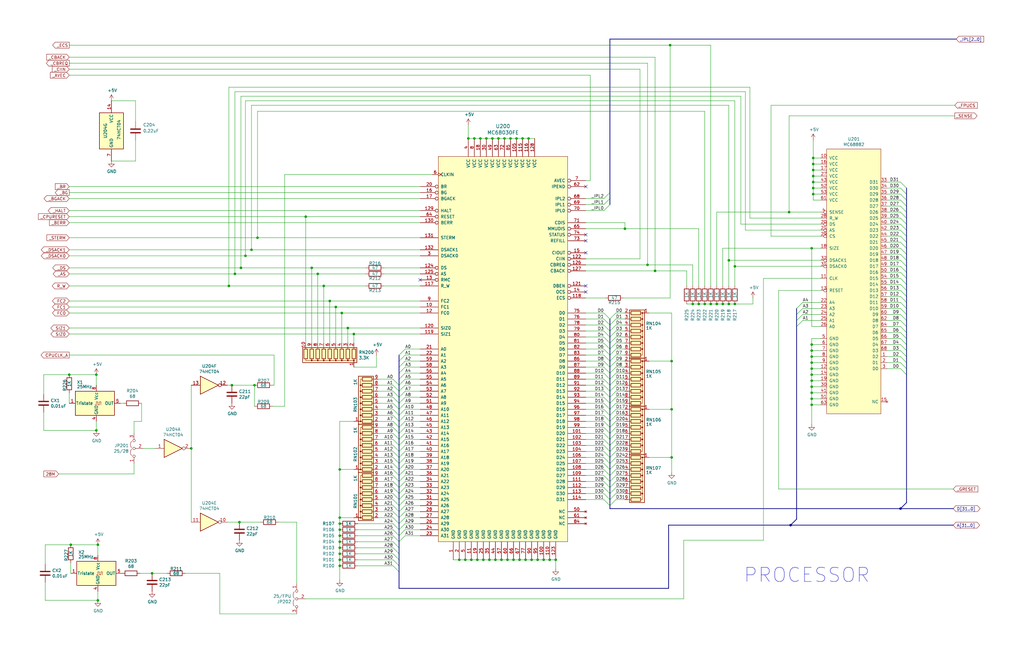
<source format=kicad_sch>
(kicad_sch (version 20211123) (generator eeschema)
  (paper "B")
  (title_block (title "N2630") (rev "1.0"))
  (lib_symbols
    (symbol "74xx:74HCT04"
      (property "Reference" "U" (at 0 1.27 0))
      (property "Value" "74HCT04" (at 0 -1.27 0))
      (symbol "74HCT04_1_0"
        (pin input line (at -7.62 0 0) (length 3.81) (name "~") (number "1"))
        (pin output inverted (at 7.62 0 180) (length 3.81) (name "~") (number "2"))
      )
      (symbol "74HCT04_2_0"
        (pin input line (at -7.62 0 0) (length 3.81) (name "~") (number "3"))
        (pin output inverted (at 7.62 0 180) (length 3.81) (name "~") (number "4"))
      )
      (symbol "74HCT04_3_0"
        (pin input line (at -7.62 0 0) (length 3.81) (name "~") (number "5"))
        (pin output inverted (at 7.62 0 180) (length 3.81) (name "~") (number "6"))
      )
      (symbol "74HCT04_4_0"
        (pin output inverted (at 7.62 0 180) (length 3.81) (name "~") (number "8"))
        (pin input line (at -7.62 0 0) (length 3.81) (name "~") (number "9"))
      )
      (symbol "74HCT04_5_0"
        (pin output inverted (at 7.62 0 180) (length 3.81) (name "~") (number "10"))
        (pin input line (at -7.62 0 0) (length 3.81) (name "~") (number "11"))
      )
      (symbol "74HCT04_6_0"
        (pin output inverted (at 7.62 0 180) (length 3.81) (name "~") (number "12"))
        (pin input line (at -7.62 0 0) (length 3.81) (name "~") (number "13"))
      )
      (symbol "74HCT04_7_0"
        (pin power_in line (at 0 12.7 270) (length 5.08) (name "VCC") (number "14"))
        (pin power_in line (at 0 -12.7 90) (length 5.08) (name "GND") (number "7"))
      )
    )
    (symbol "Device:C" (pin_numbers hide) (pin_names (offset 0.254))
      (property "Reference" "C" (at 0.635 2.54 0))
      (property "Value" "C" (at 0.635 -2.54 0))
      (symbol "C_1_1"
        (pin passive line (at 0 3.81 270) (length 2.794) (name "~") (number "1"))
        (pin passive line (at 0 -3.81 90) (length 2.794) (name "~") (number "2"))
      )
    )
    (symbol "Device:R" (pin_numbers hide) (pin_names (offset 0))
      (property "Reference" "R" (at 2.032 0 90))
      (property "Value" "R" (at 0 0 90))
      (symbol "R_1_1"
        (pin passive line (at 0 3.81 270) (length 1.27) (name "~") (number "1"))
        (pin passive line (at 0 -3.81 90) (length 1.27) (name "~") (number "2"))
      )
    )
    (symbol "Device:R_Network08" (pin_names (offset 0) hide)
      (property "Reference" "RN" (at -12.7 0 90))
      (property "Value" "R_Network08" (at 10.16 0 90))
      (symbol "R_Network08_1_1"
        (pin passive line (at -10.16 5.08 270) (length 2.54) (name "common") (number "1"))
        (pin passive line (at -10.16 -5.08 90) (length 1.27) (name "R1") (number "2"))
        (pin passive line (at -7.62 -5.08 90) (length 1.27) (name "R2") (number "3"))
        (pin passive line (at -5.08 -5.08 90) (length 1.27) (name "R3") (number "4"))
        (pin passive line (at -2.54 -5.08 90) (length 1.27) (name "R4") (number "5"))
        (pin passive line (at 0 -5.08 90) (length 1.27) (name "R5") (number "6"))
        (pin passive line (at 2.54 -5.08 90) (length 1.27) (name "R6") (number "7"))
        (pin passive line (at 5.08 -5.08 90) (length 1.27) (name "R7") (number "8"))
        (pin passive line (at 7.62 -5.08 90) (length 1.27) (name "R8") (number "9"))
      )
    )
    (symbol "Device:R_Network09" (pin_names (offset 0) hide)
      (property "Reference" "RN" (at -12.7 0 90))
      (property "Value" "R_Network09" (at 12.7 0 90))
      (symbol "R_Network09_1_1"
        (pin passive line (at -10.16 5.08 270) (length 2.54) (name "common") (number "1"))
        (pin passive line (at 10.16 -5.08 90) (length 1.27) (name "R9") (number "10"))
        (pin passive line (at -10.16 -5.08 90) (length 1.27) (name "R1") (number "2"))
        (pin passive line (at -7.62 -5.08 90) (length 1.27) (name "R2") (number "3"))
        (pin passive line (at -5.08 -5.08 90) (length 1.27) (name "R3") (number "4"))
        (pin passive line (at -2.54 -5.08 90) (length 1.27) (name "R4") (number "5"))
        (pin passive line (at 0 -5.08 90) (length 1.27) (name "R5") (number "6"))
        (pin passive line (at 2.54 -5.08 90) (length 1.27) (name "R6") (number "7"))
        (pin passive line (at 5.08 -5.08 90) (length 1.27) (name "R7") (number "8"))
        (pin passive line (at 7.62 -5.08 90) (length 1.27) (name "R8") (number "9"))
      )
    )
    (symbol "Jumper:Jumper_3_Open" (pin_names (offset 0) hide)
      (property "Reference" "JP" (at -2.54 -2.54 0))
      (property "Value" "Jumper_3_Open" (at 0 2.794 0))
      (symbol "Jumper_3_Open_1_1"
        (pin passive line (at -6.35 0 0) (length 2.54) (name "A") (number "1"))
        (pin passive line (at 0 -3.81 90) (length 2.54) (name "C") (number "2"))
        (pin passive line (at 6.35 0 180) (length 2.54) (name "B") (number "3"))
      )
    )
    (symbol "N2630:CXO_DIP8" (pin_names (offset 0.254))
      (property "Reference" "X" (at -11.43 6.35 0))
      (property "Value" "CXO_DIP8" (at 1.27 -6.35 0))
      (symbol "CXO_DIP8_1_1"
        (pin input line (at -13.97 0 0) (length 2.54) (name "Tristate") (number "1"))
        (pin power_in line (at -2.54 -7.62 90) (length 2.54) (name "GND") (number "4"))
        (pin output line (at 7.62 0 180) (length 2.54) (name "OUT") (number "5"))
        (pin power_in line (at -2.54 7.62 270) (length 2.54) (name "Vcc") (number "8"))
      )
    )
    (symbol "N2630:MC68030FE" (pin_names (offset 1.016))
      (property "Reference" "U" (at 0 0 0))
      (property "Value" "MC68030FE" (at 0 2.54 0))
      (symbol "MC68030FE_1_1"
        (pin passive line (at -21.59 -77.47 90) (length 7.62) (name "GND") (number "1"))
        (pin passive line (at -35.56 29.21 0) (length 7.62) (name "FC1") (number "10"))
        (pin passive line (at 16.51 -77.47 90) (length 7.62) (name "GND") (number "100"))
        (pin passive line (at 34.29 -24.13 180) (length 7.62) (name "D20") (number "101"))
        (pin passive line (at 34.29 -26.67 180) (length 7.62) (name "D21") (number "102"))
        (pin passive line (at 34.29 -29.21 180) (length 7.62) (name "D22") (number "103"))
        (pin passive line (at 34.29 -31.75 180) (length 7.62) (name "D23") (number "104"))
        (pin power_in line (at 5.08 100.33 270) (length 7.62) (name "VCC") (number "105"))
        (pin passive line (at 34.29 -34.29 180) (length 7.62) (name "D24") (number "106"))
        (pin passive line (at 34.29 -36.83 180) (length 7.62) (name "D25") (number "107"))
        (pin passive line (at 34.29 -39.37 180) (length 7.62) (name "D26") (number "108"))
        (pin passive line (at 34.29 -41.91 180) (length 7.62) (name "D27") (number "109"))
        (pin passive line (at -13.97 -77.47 90) (length 7.62) (name "GND") (number "11"))
        (pin passive line (at 19.05 -77.47 90) (length 7.62) (name "GND") (number "110"))
        (pin passive line (at 34.29 -44.45 180) (length 7.62) (name "D28") (number "111"))
        (pin passive line (at 34.29 -46.99 180) (length 7.62) (name "D29") (number "112"))
        (pin passive line (at 34.29 -49.53 180) (length 7.62) (name "D30") (number "113"))
        (pin passive line (at 34.29 -52.07 180) (length 7.62) (name "D31") (number "114"))
        (pin power_in line (at 7.62 100.33 270) (length 7.62) (name "VCC") (number "115"))
        (pin power_in line (at 10.16 100.33 270) (length 7.62) (name "VCC") (number "116"))
        (pin passive line (at -35.56 38.1 0) (length 7.62) (name "R_W") (number "117"))
        (pin passive inverted (at 34.29 33.02 180) (length 7.62) (name "ECS") (number "118"))
        (pin passive line (at -35.56 17.78 0) (length 7.62) (name "SIZ1") (number "119"))
        (pin passive line (at -35.56 26.67 0) (length 7.62) (name "FC0") (number "12"))
        (pin passive line (at -35.56 20.32 0) (length 7.62) (name "SIZ0") (number "120"))
        (pin passive inverted (at 34.29 38.1 180) (length 7.62) (name "DBEN") (number "121"))
        (pin passive inverted (at 34.29 49.53 180) (length 7.62) (name "CIIN") (number "122"))
        (pin passive line (at 21.59 -77.47 90) (length 7.62) (name "GND") (number "123"))
        (pin passive inverted (at -35.56 45.72 0) (length 7.62) (name "DS") (number "124"))
        (pin passive inverted (at -35.56 43.18 0) (length 7.62) (name "AS") (number "125"))
        (pin passive inverted (at 34.29 46.99 180) (length 7.62) (name "CBREQ") (number "126"))
        (pin passive inverted (at 34.29 44.45 180) (length 7.62) (name "CBACK") (number "127"))
        (pin power_in line (at 12.7 100.33 270) (length 7.62) (name "VCC") (number "128"))
        (pin passive inverted (at -35.56 69.85 0) (length 7.62) (name "HALT") (number "129"))
        (pin passive inverted (at -35.56 40.64 0) (length 7.62) (name "RMC") (number "13"))
        (pin passive inverted (at -35.56 64.77 0) (length 7.62) (name "BERR") (number "130"))
        (pin passive line (at -35.56 58.42 0) (length 7.62) (name "STERM") (number "131"))
        (pin passive line (at -35.56 53.34 0) (length 7.62) (name "DSACK1") (number "132"))
        (pin passive inverted (at 34.29 35.56 180) (length 7.62) (name "OCS") (number "14"))
        (pin passive inverted (at 34.29 52.07 180) (length 7.62) (name "CIOUT") (number "15"))
        (pin passive inverted (at -35.56 77.47 0) (length 7.62) (name "BG") (number "16"))
        (pin passive inverted (at -35.56 74.93 0) (length 7.62) (name "BGACK") (number "17"))
        (pin power_in line (at -10.16 100.33 270) (length 7.62) (name "VCC") (number "18"))
        (pin passive line (at -11.43 -77.47 90) (length 7.62) (name "GND") (number "19"))
        (pin passive line (at -19.05 -77.47 90) (length 7.62) (name "GND") (number "2"))
        (pin passive inverted (at -35.56 80.01 0) (length 7.62) (name "BR") (number "20"))
        (pin passive line (at -35.56 11.43 0) (length 7.62) (name "A0") (number "21"))
        (pin passive line (at -35.56 8.89 0) (length 7.62) (name "A1") (number "22"))
        (pin passive line (at -35.56 -67.31 0) (length 7.62) (name "A31") (number "23"))
        (pin passive line (at -35.56 -64.77 0) (length 7.62) (name "A30") (number "24"))
        (pin passive line (at -8.89 -77.47 90) (length 7.62) (name "GND") (number "25"))
        (pin passive line (at -35.56 -62.23 0) (length 7.62) (name "A29") (number "26"))
        (pin passive line (at -35.56 -59.69 0) (length 7.62) (name "A28") (number "27"))
        (pin passive line (at -35.56 -57.15 0) (length 7.62) (name "A27") (number "28"))
        (pin passive line (at -35.56 -54.61 0) (length 7.62) (name "A26") (number "29"))
        (pin passive line (at -35.56 50.8 0) (length 7.62) (name "DSACK0") (number "3"))
        (pin power_in line (at -7.62 100.33 270) (length 7.62) (name "VCC") (number "30"))
        (pin passive line (at -35.56 -52.07 0) (length 7.62) (name "A25") (number "31"))
        (pin passive line (at -35.56 -49.53 0) (length 7.62) (name "A24") (number "32"))
        (pin passive line (at -35.56 -46.99 0) (length 7.62) (name "A23") (number "33"))
        (pin passive line (at -35.56 -44.45 0) (length 7.62) (name "A22") (number "34"))
        (pin passive line (at -6.35 -77.47 90) (length 7.62) (name "GND") (number "35"))
        (pin passive line (at -35.56 -41.91 0) (length 7.62) (name "A21") (number "36"))
        (pin passive line (at -35.56 -39.37 0) (length 7.62) (name "A20") (number "37"))
        (pin passive line (at -35.56 -36.83 0) (length 7.62) (name "A19") (number "38"))
        (pin passive line (at -35.56 -34.29 0) (length 7.62) (name "A18") (number "39"))
        (pin power_in line (at -15.24 100.33 270) (length 7.62) (name "VCC") (number "4"))
        (pin passive line (at -35.56 -31.75 0) (length 7.62) (name "A17") (number "40"))
        (pin passive line (at -35.56 -29.21 0) (length 7.62) (name "A16") (number "41"))
        (pin passive line (at -35.56 -26.67 0) (length 7.62) (name "A15") (number "42"))
        (pin passive line (at -35.56 -24.13 0) (length 7.62) (name "A14") (number "43"))
        (pin passive line (at -3.81 -77.47 90) (length 7.62) (name "GND") (number "44"))
        (pin passive line (at -35.56 -21.59 0) (length 7.62) (name "A13") (number "45"))
        (pin passive line (at -35.56 -19.05 0) (length 7.62) (name "A12") (number "46"))
        (pin passive line (at -35.56 -16.51 0) (length 7.62) (name "A11") (number "47"))
        (pin passive line (at -35.56 -13.97 0) (length 7.62) (name "A10") (number "48"))
        (pin power_in line (at -5.08 100.33 270) (length 7.62) (name "VCC") (number "49"))
        (pin passive line (at -16.51 -77.47 90) (length 7.62) (name "GND") (number "5"))
        (pin no_connect line (at 34.29 -57.15 180) (length 7.62) (name "NC") (number "50"))
        (pin passive line (at -35.56 -11.43 0) (length 7.62) (name "A9") (number "51"))
        (pin passive line (at -35.56 -8.89 0) (length 7.62) (name "A8") (number "52"))
        (pin passive line (at -35.56 -6.35 0) (length 7.62) (name "A7") (number "53"))
        (pin passive line (at -35.56 -3.81 0) (length 7.62) (name "A6") (number "54"))
        (pin passive line (at -35.56 -1.27 0) (length 7.62) (name "A5") (number "55"))
        (pin passive line (at -35.56 1.27 0) (length 7.62) (name "A4") (number "56"))
        (pin passive line (at -1.27 -77.47 90) (length 7.62) (name "GND") (number "57"))
        (pin passive line (at -35.56 3.81 0) (length 7.62) (name "A3") (number "58"))
        (pin passive line (at -35.56 6.35 0) (length 7.62) (name "A2") (number "59"))
        (pin passive clock (at -30.48 85.09 0) (length 2.54) (name "CLKIN") (number "6"))
        (pin passive line (at 1.27 -77.47 90) (length 7.62) (name "GND") (number "60"))
        (pin no_connect line (at 34.29 -59.69 180) (length 7.62) (name "NC") (number "61"))
        (pin passive inverted (at 34.29 80.01 180) (length 7.62) (name "IPEND") (number "62"))
        (pin power_in line (at -2.54 100.33 270) (length 7.62) (name "VCC") (number "63"))
        (pin passive inverted (at -35.56 67.31 0) (length 7.62) (name "RESET") (number "64"))
        (pin passive inverted (at 34.29 62.23 180) (length 7.62) (name "MMUDIS") (number "65"))
        (pin passive line (at 3.81 -77.47 90) (length 7.62) (name "GND") (number "66"))
        (pin passive line (at 6.35 -77.47 90) (length 7.62) (name "GND") (number "67"))
        (pin passive inverted (at 34.29 74.93 180) (length 7.62) (name "IPL2") (number "68"))
        (pin passive inverted (at 34.29 72.39 180) (length 7.62) (name "IPL1") (number "69"))
        (pin passive inverted (at 34.29 82.55 180) (length 7.62) (name "AVEC") (number "7"))
        (pin passive inverted (at 34.29 69.85 180) (length 7.62) (name "IPL0") (number "70"))
        (pin passive line (at 34.29 64.77 180) (length 7.62) (name "CDIS") (number "71"))
        (pin power_in line (at 0 100.33 270) (length 7.62) (name "VCC") (number "72"))
        (pin passive line (at 34.29 57.15 180) (length 7.62) (name "REFILL") (number "73"))
        (pin passive inverted (at 34.29 59.69 180) (length 7.62) (name "STATUS") (number "74"))
        (pin passive line (at 34.29 26.67 180) (length 7.62) (name "D0") (number "75"))
        (pin passive line (at 34.29 24.13 180) (length 7.62) (name "D1") (number "76"))
        (pin passive line (at 8.89 -77.47 90) (length 7.62) (name "GND") (number "77"))
        (pin passive line (at 34.29 21.59 180) (length 7.62) (name "D2") (number "78"))
        (pin passive line (at 34.29 19.05 180) (length 7.62) (name "D3") (number "79"))
        (pin power_in line (at -12.7 100.33 270) (length 7.62) (name "VCC") (number "8"))
        (pin passive line (at 34.29 16.51 180) (length 7.62) (name "D4") (number "80"))
        (pin passive line (at 34.29 13.97 180) (length 7.62) (name "D5") (number "81"))
        (pin passive line (at 34.29 11.43 180) (length 7.62) (name "D6") (number "82"))
        (pin passive line (at 34.29 8.89 180) (length 7.62) (name "D7") (number "83"))
        (pin no_connect line (at 34.29 -62.23 180) (length 7.62) (name "NC") (number "84"))
        (pin power_in line (at 2.54 100.33 270) (length 7.62) (name "VCC") (number "85"))
        (pin passive line (at 34.29 6.35 180) (length 7.62) (name "D8") (number "86"))
        (pin passive line (at 34.29 3.81 180) (length 7.62) (name "D9") (number "87"))
        (pin passive line (at 34.29 1.27 180) (length 7.62) (name "D10") (number "88"))
        (pin passive line (at 34.29 -1.27 180) (length 7.62) (name "D11") (number "89"))
        (pin passive line (at -35.56 31.75 0) (length 7.62) (name "FC2") (number "9"))
        (pin passive line (at 11.43 -77.47 90) (length 7.62) (name "GND") (number "90"))
        (pin passive line (at 34.29 -3.81 180) (length 7.62) (name "D12") (number "91"))
        (pin passive line (at 34.29 -6.35 180) (length 7.62) (name "D13") (number "92"))
        (pin passive line (at 34.29 -8.89 180) (length 7.62) (name "D14") (number "93"))
        (pin passive line (at 34.29 -11.43 180) (length 7.62) (name "D15") (number "94"))
        (pin passive line (at 13.97 -77.47 90) (length 7.62) (name "GND") (number "95"))
        (pin passive line (at 34.29 -13.97 180) (length 7.62) (name "D16") (number "96"))
        (pin passive line (at 34.29 -16.51 180) (length 7.62) (name "D17") (number "97"))
        (pin passive line (at 34.29 -19.05 180) (length 7.62) (name "D18") (number "98"))
        (pin passive line (at 34.29 -21.59 180) (length 7.62) (name "D19") (number "99"))
      )
    )
    (symbol "N2630:MC68882" (pin_names (offset 1.016))
      (property "Reference" "U" (at 0 7.62 0))
      (property "Value" "MC68882" (at 0 5.08 0))
      (symbol "MC68882_0_0"
        (pin no_connect line (at 13.97 -66.04 180) (length 2.54) (name "NC") (number "15"))
      )
      (symbol "MC68882_1_1"
        (pin bidirectional line (at 13.97 -46.99 180) (length 2.54) (name "D2") (number "1"))
        (pin power_in line (at -13.97 36.83 0) (length 2.54) (name "VCC") (number "10"))
        (pin input line (at -13.97 -13.97 0) (length 2.54) (name "CLK") (number "11"))
        (pin power_in line (at -13.97 -52.07 0) (length 2.54) (name "GND") (number "12"))
        (pin input inverted (at -13.97 -19.05 0) (length 2.54) (name "RESET") (number "13"))
        (pin power_in line (at -13.97 -54.61 0) (length 2.54) (name "GND") (number "14"))
        (pin power_in line (at -13.97 34.29 0) (length 2.54) (name "VCC") (number "16"))
        (pin power_in line (at -13.97 31.75 0) (length 2.54) (name "VCC") (number "17"))
        (pin input line (at -13.97 -1.27 0) (length 2.54) (name "SIZE") (number "18"))
        (pin power_in line (at -13.97 -57.15 0) (length 2.54) (name "GND") (number "19"))
        (pin bidirectional line (at 13.97 -49.53 180) (length 2.54) (name "D1") (number "2"))
        (pin input inverted (at -13.97 8.89 0) (length 2.54) (name "DS") (number "20"))
        (pin input inverted (at -13.97 6.35 0) (length 2.54) (name "AS") (number "21"))
        (pin bidirectional line (at -13.97 -24.13 0) (length 2.54) (name "A4") (number "22"))
        (pin bidirectional line (at -13.97 -26.67 0) (length 2.54) (name "A3") (number "23"))
        (pin bidirectional line (at -13.97 -29.21 0) (length 2.54) (name "A2") (number "24"))
        (pin bidirectional line (at -13.97 -31.75 0) (length 2.54) (name "A1") (number "25"))
        (pin bidirectional line (at -13.97 -34.29 0) (length 2.54) (name "A0") (number "26"))
        (pin power_in line (at -13.97 29.21 0) (length 2.54) (name "VCC") (number "27"))
        (pin input line (at -13.97 11.43 0) (length 2.54) (name "R_W") (number "28"))
        (pin input inverted (at -13.97 3.81 0) (length 2.54) (name "CS") (number "29"))
        (pin bidirectional line (at 13.97 -52.07 180) (length 2.54) (name "D0") (number "3"))
        (pin power_in line (at -13.97 -59.69 0) (length 2.54) (name "GND") (number "30"))
        (pin bidirectional inverted (at -13.97 -8.89 0) (length 2.54) (name "DSACK0") (number "31"))
        (pin bidirectional inverted (at -13.97 -6.35 0) (length 2.54) (name "DSACK1") (number "32"))
        (pin bidirectional line (at 13.97 26.67 180) (length 2.54) (name "D31") (number "33"))
        (pin bidirectional line (at 13.97 24.13 180) (length 2.54) (name "D30") (number "34"))
        (pin bidirectional line (at 13.97 21.59 180) (length 2.54) (name "D29") (number "35"))
        (pin bidirectional line (at 13.97 19.05 180) (length 2.54) (name "D28") (number "36"))
        (pin bidirectional line (at 13.97 16.51 180) (length 2.54) (name "D27") (number "37"))
        (pin bidirectional line (at 13.97 13.97 180) (length 2.54) (name "D26") (number "38"))
        (pin bidirectional line (at 13.97 11.43 180) (length 2.54) (name "D25") (number "39"))
        (pin input inverted (at -13.97 13.97 0) (length 2.54) (name "SENSE") (number "4"))
        (pin bidirectional line (at 13.97 8.89 180) (length 2.54) (name "D24") (number "40"))
        (pin power_out line (at -13.97 -62.23 0) (length 2.54) (name "GND") (number "41"))
        (pin bidirectional line (at 13.97 6.35 180) (length 2.54) (name "D23") (number "42"))
        (pin power_in line (at -13.97 26.67 0) (length 2.54) (name "VCC") (number "43"))
        (pin bidirectional line (at 13.97 3.81 180) (length 2.54) (name "D22") (number "44"))
        (pin bidirectional line (at 13.97 1.27 180) (length 2.54) (name "D21") (number "45"))
        (pin bidirectional line (at 13.97 -1.27 180) (length 2.54) (name "D20") (number "46"))
        (pin bidirectional line (at 13.97 -3.81 180) (length 2.54) (name "D19") (number "47"))
        (pin bidirectional line (at 13.97 -6.35 180) (length 2.54) (name "D18") (number "48"))
        (pin bidirectional line (at 13.97 -8.89 180) (length 2.54) (name "D17") (number "49"))
        (pin power_in line (at -13.97 -39.37 0) (length 2.54) (name "GND") (number "5"))
        (pin bidirectional line (at 13.97 -11.43 180) (length 2.54) (name "D16") (number "50"))
        (pin power_in line (at -13.97 -64.77 0) (length 2.54) (name "GND") (number "51"))
        (pin power_in line (at -13.97 24.13 0) (length 2.54) (name "VCC") (number "52"))
        (pin power_in line (at -13.97 21.59 0) (length 2.54) (name "VCC") (number "53"))
        (pin bidirectional line (at 13.97 -13.97 180) (length 2.54) (name "D15") (number "54"))
        (pin bidirectional line (at 13.97 -16.51 180) (length 2.54) (name "D14") (number "55"))
        (pin bidirectional line (at 13.97 -19.05 180) (length 2.54) (name "D13") (number "56"))
        (pin bidirectional line (at 13.97 -21.59 180) (length 2.54) (name "D12") (number "57"))
        (pin bidirectional line (at 13.97 -24.13 180) (length 2.54) (name "D11") (number "58"))
        (pin bidirectional line (at 13.97 -26.67 180) (length 2.54) (name "D10") (number "59"))
        (pin power_in line (at -13.97 -41.91 0) (length 2.54) (name "GND") (number "6"))
        (pin bidirectional line (at 13.97 -29.21 180) (length 2.54) (name "D9") (number "60"))
        (pin power_in line (at -13.97 19.05 0) (length 2.54) (name "VCC") (number "61"))
        (pin bidirectional line (at 13.97 -31.75 180) (length 2.54) (name "D8") (number "62"))
        (pin power_in line (at -13.97 -67.31 0) (length 2.54) (name "GND") (number "63"))
        (pin bidirectional line (at 13.97 -34.29 180) (length 2.54) (name "D7") (number "64"))
        (pin bidirectional line (at 13.97 -36.83 180) (length 2.54) (name "D6") (number "65"))
        (pin bidirectional line (at 13.97 -39.37 180) (length 2.54) (name "D5") (number "66"))
        (pin bidirectional line (at 13.97 -41.91 180) (length 2.54) (name "D4") (number "67"))
        (pin bidirectional line (at 13.97 -44.45 180) (length 2.54) (name "D3") (number "68"))
        (pin power_in line (at -13.97 -44.45 0) (length 2.54) (name "GND") (number "7"))
        (pin power_in line (at -13.97 -46.99 0) (length 2.54) (name "GND") (number "8"))
        (pin power_in line (at -13.97 -49.53 0) (length 2.54) (name "GND") (number "9"))
      )
    )
    (symbol "power:+5V" (power) (pin_names (offset 0))
      (property "Value" "+5V" (at 0 3.556 0))
      (symbol "+5V_1_1"
        (pin power_in line (at 0 0 90) (length 0) hide (name "+5V") (number "1"))
      )
    )
    (symbol "power:GND" (power) (pin_names (offset 0))
      (property "Value" "GND" (at 0 -3.81 0))
      (symbol "GND_1_1"
        (pin power_in line (at 0 0 270) (length 0) hide (name "GND") (number "1"))
      )
    )
  )
  (junction (at 234.315 236.22))
  (junction (at 231.775 236.22))
  (junction (at 342.9 71.755))
  (junction (at 224.155 236.22))
  (junction (at 342.265 150.495))
  (junction (at 226.695 236.22))
  (junction (at 379.73 214.63))
  (junction (at 307.34 128.27))
  (junction (at 41.275 253.365))
  (junction (at 80.645 189.23))
  (junction (at 143.256 228.6))
  (junction (at 342.9 79.375))
  (junction (at 205.105 58.42))
  (junction (at 139.065 127))
  (junction (at 29.21 158.115))
  (junction (at 143.256 223.52))
  (junction (at 342.265 165.735))
  (junction (at 342.265 155.575))
  (junction (at 342.265 104.775))
  (junction (at 208.915 236.22))
  (junction (at 229.235 236.22))
  (junction (at 213.995 236.22))
  (junction (at 128.905 91.44))
  (junction (at 143.256 226.06))
  (junction (at 133.985 115.57))
  (junction (at 294.64 128.27))
  (junction (at 276.225 114.3))
  (junction (at 198.755 236.22))
  (junction (at 342.9 76.835))
  (junction (at 283.21 193.04))
  (junction (at 211.455 236.22))
  (junction (at 307.34 109.855))
  (junction (at 141.605 129.54))
  (junction (at 309.88 128.27))
  (junction (at 143.256 238.76))
  (junction (at 219.075 236.22))
  (junction (at 333.375 221.615))
  (junction (at 202.565 58.42))
  (junction (at 101.6 113.03))
  (junction (at 309.88 112.395))
  (junction (at 203.835 236.22))
  (junction (at 342.9 69.215))
  (junction (at 222.885 58.42))
  (junction (at 299.72 128.27))
  (junction (at 131.445 113.03))
  (junction (at 100.965 220.345))
  (junction (at 99.06 115.57))
  (junction (at 332.74 89.535))
  (junction (at 342.265 168.275))
  (junction (at 342.9 74.295))
  (junction (at 217.805 58.42))
  (junction (at 143.256 198.12))
  (junction (at 283.21 152.4))
  (junction (at 143.256 233.68))
  (junction (at 29.845 229.87))
  (junction (at 106.045 105.41))
  (junction (at 108.585 100.33))
  (junction (at 342.265 153.035))
  (junction (at 64.135 241.935))
  (junction (at 144.145 132.08))
  (junction (at 282.575 19.05))
  (junction (at 96.52 120.65))
  (junction (at 97.79 162.56))
  (junction (at 342.9 66.675))
  (junction (at 342.265 160.655))
  (junction (at 143.256 220.98))
  (junction (at 283.21 172.72))
  (junction (at 212.725 58.42))
  (junction (at 263.525 96.52))
  (junction (at 201.295 236.22))
  (junction (at 302.26 128.27))
  (junction (at 149.225 140.97))
  (junction (at 342.265 147.955))
  (junction (at 143.256 231.14))
  (junction (at 107.315 162.56))
  (junction (at 41.275 229.87))
  (junction (at 215.265 58.42))
  (junction (at 40.64 181.61))
  (junction (at 40.64 158.115))
  (junction (at 146.685 138.43))
  (junction (at 103.505 107.95))
  (junction (at 143.256 218.44))
  (junction (at 206.375 236.22))
  (junction (at 292.1 128.27))
  (junction (at 304.8 128.27))
  (junction (at 197.485 58.42))
  (junction (at 221.615 236.22))
  (junction (at 196.215 236.22))
  (junction (at 220.345 58.42))
  (junction (at 216.535 236.22))
  (junction (at 342.265 170.815))
  (junction (at 193.675 236.22))
  (junction (at 143.256 236.22))
  (junction (at 342.9 81.915))
  (junction (at 207.645 58.42))
  (junction (at 342.265 145.415))
  (junction (at 342.265 158.115))
  (junction (at 210.185 58.42))
  (junction (at 200.025 58.42))
  (junction (at 297.18 128.27))
  (junction (at 342.265 163.195))
  (junction (at 136.525 120.65))
  (junction (at 273.05 111.76))
  (no_connect (at 247.015 120.65))
  (no_connect (at 247.015 123.19))
  (no_connect (at 247.015 101.6))
  (no_connect (at 247.015 106.68))
  (no_connect (at 247.015 78.74))
  (no_connect (at 247.015 99.06))
  (no_connect (at 177.165 118.11))
  (bus_entry (at 259.715 172.72) (size -2.54 2.54))
  (bus_entry (at 170.815 170.18) (size -2.54 2.54))
  (bus_entry (at 379.73 155.575) (size 2.54 2.54))
  (bus_entry (at 338.455 135.255) (size -2.54 2.54))
  (bus_entry (at 254.635 149.86) (size 2.54 2.54))
  (bus_entry (at 165.735 160.02) (size 2.54 2.54))
  (bus_entry (at 165.735 208.28) (size 2.54 2.54))
  (bus_entry (at 170.815 147.32) (size -2.54 2.54))
  (bus_entry (at 165.735 218.44) (size 2.54 2.54))
  (bus_entry (at 338.455 132.715) (size -2.54 2.54))
  (bus_entry (at 170.815 162.56) (size -2.54 2.54))
  (bus_entry (at 170.815 152.4) (size -2.54 2.54))
  (bus_entry (at 259.715 177.8) (size -2.54 2.54))
  (bus_entry (at 254.635 190.5) (size 2.54 2.54))
  (bus_entry (at 259.715 203.2) (size -2.54 2.54))
  (bus_entry (at 170.815 177.8) (size -2.54 2.54))
  (bus_entry (at 259.715 132.08) (size -2.54 2.54))
  (bus_entry (at 254.635 195.58) (size 2.54 2.54))
  (bus_entry (at 170.815 187.96) (size -2.54 2.54))
  (bus_entry (at 259.715 193.04) (size -2.54 2.54))
  (bus_entry (at 254.635 147.32) (size 2.54 2.54))
  (bus_entry (at 165.735 226.06) (size 2.54 2.54))
  (bus_entry (at 165.735 177.8) (size 2.54 2.54))
  (bus_entry (at 259.715 182.88) (size -2.54 2.54))
  (bus_entry (at 170.815 198.12) (size -2.54 2.54))
  (bus_entry (at 259.715 198.12) (size -2.54 2.54))
  (bus_entry (at 170.815 213.36) (size -2.54 2.54))
  (bus_entry (at 170.815 157.48) (size -2.54 2.54))
  (bus_entry (at 165.735 167.64) (size 2.54 2.54))
  (bus_entry (at 254.635 160.02) (size 2.54 2.54))
  (bus_entry (at 254.635 182.88) (size 2.54 2.54))
  (bus_entry (at 379.73 114.935) (size 2.54 2.54))
  (bus_entry (at 170.815 195.58) (size -2.54 2.54))
  (bus_entry (at 165.735 162.56) (size 2.54 2.54))
  (bus_entry (at 170.815 208.28) (size -2.54 2.54))
  (bus_entry (at 165.735 231.14) (size 2.54 2.54))
  (bus_entry (at 379.73 142.875) (size 2.54 2.54))
  (bus_entry (at 379.73 97.155) (size 2.54 2.54))
  (bus_entry (at 379.73 89.535) (size 2.54 2.54))
  (bus_entry (at 165.735 223.52) (size 2.54 2.54))
  (bus_entry (at 379.73 127.635) (size 2.54 2.54))
  (bus_entry (at 259.715 190.5) (size -2.54 2.54))
  (bus_entry (at 254.635 170.18) (size 2.54 2.54))
  (bus_entry (at 259.715 147.32) (size -2.54 2.54))
  (bus_entry (at 259.715 154.94) (size -2.54 2.54))
  (bus_entry (at 170.815 215.9) (size -2.54 2.54))
  (bus_entry (at 165.735 170.18) (size 2.54 2.54))
  (bus_entry (at 379.73 84.455) (size 2.54 2.54))
  (bus_entry (at 170.815 205.74) (size -2.54 2.54))
  (bus_entry (at 379.73 137.795) (size 2.54 2.54))
  (bus_entry (at 170.815 154.94) (size -2.54 2.54))
  (bus_entry (at 254.635 142.24) (size 2.54 2.54))
  (bus_entry (at 254.635 172.72) (size 2.54 2.54))
  (bus_entry (at 165.735 220.98) (size 2.54 2.54))
  (bus_entry (at 379.73 76.835) (size 2.54 2.54))
  (bus_entry (at 259.715 205.74) (size -2.54 2.54))
  (bus_entry (at 165.735 190.5) (size 2.54 2.54))
  (bus_entry (at 254.635 177.8) (size 2.54 2.54))
  (bus_entry (at 379.73 150.495) (size 2.54 2.54))
  (bus_entry (at 170.815 200.66) (size -2.54 2.54))
  (bus_entry (at 165.735 228.6) (size 2.54 2.54))
  (bus_entry (at 379.73 132.715) (size 2.54 2.54))
  (bus_entry (at 259.715 208.28) (size -2.54 2.54))
  (bus_entry (at 170.815 226.06) (size -2.54 2.54))
  (bus_entry (at 379.73 92.075) (size 2.54 2.54))
  (bus_entry (at 165.735 210.82) (size 2.54 2.54))
  (bus_entry (at 379.73 120.015) (size 2.54 2.54))
  (bus_entry (at 165.735 165.1) (size 2.54 2.54))
  (bus_entry (at 170.815 185.42) (size -2.54 2.54))
  (bus_entry (at 170.815 210.82) (size -2.54 2.54))
  (bus_entry (at 254.635 152.4) (size 2.54 2.54))
  (bus_entry (at 259.715 195.58) (size -2.54 2.54))
  (bus_entry (at 254.635 185.42) (size 2.54 2.54))
  (bus_entry (at 379.73 117.475) (size 2.54 2.54))
  (bus_entry (at 259.715 144.78) (size -2.54 2.54))
  (bus_entry (at 165.735 187.96) (size 2.54 2.54))
  (bus_entry (at 379.73 86.995) (size 2.54 2.54))
  (bus_entry (at 254.635 137.16) (size 2.54 2.54))
  (bus_entry (at 165.735 180.34) (size 2.54 2.54))
  (bus_entry (at 165.735 172.72) (size 2.54 2.54))
  (bus_entry (at 254.635 88.9) (size 2.54 -2.54))
  (bus_entry (at 165.735 185.42) (size 2.54 2.54))
  (bus_entry (at 170.815 218.44) (size -2.54 2.54))
  (bus_entry (at 254.635 157.48) (size 2.54 2.54))
  (bus_entry (at 170.815 149.86) (size -2.54 2.54))
  (bus_entry (at 259.715 185.42) (size -2.54 2.54))
  (bus_entry (at 254.635 165.1) (size 2.54 2.54))
  (bus_entry (at 254.635 187.96) (size 2.54 2.54))
  (bus_entry (at 379.73 81.915) (size 2.54 2.54))
  (bus_entry (at 259.715 152.4) (size -2.54 2.54))
  (bus_entry (at 379.73 107.315) (size 2.54 2.54))
  (bus_entry (at 259.715 200.66) (size -2.54 2.54))
  (bus_entry (at 379.73 104.775) (size 2.54 2.54))
  (bus_entry (at 379.73 99.695) (size 2.54 2.54))
  (bus_entry (at 254.635 167.64) (size 2.54 2.54))
  (bus_entry (at 254.635 175.26) (size 2.54 2.54))
  (bus_entry (at 170.815 172.72) (size -2.54 2.54))
  (bus_entry (at 259.715 139.7) (size -2.54 2.54))
  (bus_entry (at 170.815 175.26) (size -2.54 2.54))
  (bus_entry (at 170.815 165.1) (size -2.54 2.54))
  (bus_entry (at 379.73 102.235) (size 2.54 2.54))
  (bus_entry (at 254.635 83.82) (size 2.54 -2.54))
  (bus_entry (at 259.715 167.64) (size -2.54 2.54))
  (bus_entry (at 254.635 162.56) (size 2.54 2.54))
  (bus_entry (at 379.73 135.255) (size 2.54 2.54))
  (bus_entry (at 170.815 160.02) (size -2.54 2.54))
  (bus_entry (at 254.635 193.04) (size 2.54 2.54))
  (bus_entry (at 165.735 238.76) (size 2.54 2.54))
  (bus_entry (at 165.735 200.66) (size 2.54 2.54))
  (bus_entry (at 379.73 130.175) (size 2.54 2.54))
  (bus_entry (at 165.735 205.74) (size 2.54 2.54))
  (bus_entry (at 170.815 180.34) (size -2.54 2.54))
  (bus_entry (at 259.715 137.16) (size -2.54 2.54))
  (bus_entry (at 170.815 203.2) (size -2.54 2.54))
  (bus_entry (at 254.635 205.74) (size 2.54 2.54))
  (bus_entry (at 379.73 153.035) (size 2.54 2.54))
  (bus_entry (at 254.635 86.36) (size 2.54 -2.54))
  (bus_entry (at 259.715 210.82) (size -2.54 2.54))
  (bus_entry (at 379.73 122.555) (size 2.54 2.54))
  (bus_entry (at 259.715 157.48) (size -2.54 2.54))
  (bus_entry (at 254.635 132.08) (size 2.54 2.54))
  (bus_entry (at 259.715 187.96) (size -2.54 2.54))
  (bus_entry (at 379.73 94.615) (size 2.54 2.54))
  (bus_entry (at 254.635 200.66) (size 2.54 2.54))
  (bus_entry (at 165.735 233.68) (size 2.54 2.54))
  (bus_entry (at 259.715 180.34) (size -2.54 2.54))
  (bus_entry (at 379.73 125.095) (size 2.54 2.54))
  (bus_entry (at 170.815 167.64) (size -2.54 2.54))
  (bus_entry (at 170.815 223.52) (size -2.54 2.54))
  (bus_entry (at 254.635 210.82) (size 2.54 2.54))
  (bus_entry (at 165.735 213.36) (size 2.54 2.54))
  (bus_entry (at 259.715 134.62) (size -2.54 2.54))
  (bus_entry (at 379.73 112.395) (size 2.54 2.54))
  (bus_entry (at 170.815 193.04) (size -2.54 2.54))
  (bus_entry (at 259.715 160.02) (size -2.54 2.54))
  (bus_entry (at 254.635 154.94) (size 2.54 2.54))
  (bus_entry (at 259.715 149.86) (size -2.54 2.54))
  (bus_entry (at 379.73 140.335) (size 2.54 2.54))
  (bus_entry (at 254.635 144.78) (size 2.54 2.54))
  (bus_entry (at 254.635 180.34) (size 2.54 2.54))
  (bus_entry (at 170.815 182.88) (size -2.54 2.54))
  (bus_entry (at 165.735 198.12) (size 2.54 2.54))
  (bus_entry (at 259.715 175.26) (size -2.54 2.54))
  (bus_entry (at 165.735 195.58) (size 2.54 2.54))
  (bus_entry (at 379.73 147.955) (size 2.54 2.54))
  (bus_entry (at 259.715 142.24) (size -2.54 2.54))
  (bus_entry (at 379.73 109.855) (size 2.54 2.54))
  (bus_entry (at 379.73 145.415) (size 2.54 2.54))
  (bus_entry (at 165.735 182.88) (size 2.54 2.54))
  (bus_entry (at 165.735 236.22) (size 2.54 2.54))
  (bus_entry (at 165.735 175.26) (size 2.54 2.54))
  (bus_entry (at 259.715 170.18) (size -2.54 2.54))
  (bus_entry (at 254.635 208.28) (size 2.54 2.54))
  (bus_entry (at 338.455 130.175) (size -2.54 2.54))
  (bus_entry (at 170.815 220.98) (size -2.54 2.54))
  (bus_entry (at 259.715 165.1) (size -2.54 2.54))
  (bus_entry (at 170.815 190.5) (size -2.54 2.54))
  (bus_entry (at 338.455 127.635) (size -2.54 2.54))
  (bus_entry (at 165.735 193.04) (size 2.54 2.54))
  (bus_entry (at 254.635 134.62) (size 2.54 2.54))
  (bus_entry (at 259.715 162.56) (size -2.54 2.54))
  (bus_entry (at 379.73 79.375) (size 2.54 2.54))
  (bus_entry (at 165.735 215.9) (size 2.54 2.54))
  (bus_entry (at 254.635 139.7) (size 2.54 2.54))
  (bus_entry (at 165.735 203.2) (size 2.54 2.54))
  (bus_entry (at 254.635 198.12) (size 2.54 2.54))
  (bus_entry (at 254.635 203.2) (size 2.54 2.54))
  (wire (pts (xy 247.015 180.34) (xy 254.635 180.34)))
  (bus (pts (xy 257.175 190.5) (xy 257.175 193.04)))
  (wire (pts (xy 374.015 102.235) (xy 379.73 102.235)))
  (wire (pts (xy 159.385 190.5) (xy 165.735 190.5)))
  (wire (pts (xy 299.72 120.65) (xy 299.72 19.05)))
  (wire (pts (xy 309.88 42.545) (xy 103.505 42.545)))
  (wire (pts (xy 292.1 128.27) (xy 294.64 128.27)))
  (wire (pts (xy 342.265 150.495) (xy 342.265 153.035)))
  (wire (pts (xy 247.015 88.9) (xy 254.635 88.9)))
  (wire (pts (xy 159.385 215.9) (xy 165.735 215.9)))
  (wire (pts (xy 125.095 246.38) (xy 125.095 220.345)))
  (bus (pts (xy 382.27 153.035) (xy 382.27 155.575)))
  (wire (pts (xy 159.385 165.1) (xy 165.735 165.1)))
  (wire (pts (xy 226.695 236.22) (xy 229.235 236.22)))
  (wire (pts (xy 143.256 231.14) (xy 143.256 233.68)))
  (wire (pts (xy 200.025 58.42) (xy 197.485 58.42)))
  (wire (pts (xy 207.645 58.42) (xy 205.105 58.42)))
  (wire (pts (xy 92.71 241.935) (xy 78.105 241.935)))
  (bus (pts (xy 382.27 92.075) (xy 382.27 94.615)))
  (bus (pts (xy 168.275 210.82) (xy 168.275 213.36)))
  (wire (pts (xy 159.385 200.66) (xy 165.735 200.66)))
  (wire (pts (xy 342.265 170.815) (xy 342.265 179.07)))
  (wire (pts (xy 177.165 165.1) (xy 170.815 165.1)))
  (wire (pts (xy 269.875 109.22) (xy 269.875 29.21)))
  (wire (pts (xy 177.165 162.56) (xy 170.815 162.56)))
  (wire (pts (xy 374.015 76.835) (xy 379.73 76.835)))
  (wire (pts (xy 149.225 198.12) (xy 143.256 198.12)))
  (bus (pts (xy 257.175 175.26) (xy 257.175 177.8)))
  (wire (pts (xy 216.535 236.22) (xy 219.075 236.22)))
  (wire (pts (xy 247.015 93.98) (xy 263.525 93.98)))
  (wire (pts (xy 259.715 162.56) (xy 263.525 162.56)))
  (bus (pts (xy 257.175 139.7) (xy 257.175 142.24)))
  (bus (pts (xy 382.27 120.015) (xy 382.27 122.555)))
  (bus (pts (xy 335.915 135.255) (xy 335.915 137.795)))
  (wire (pts (xy 304.8 104.775) (xy 342.265 104.775)))
  (wire (pts (xy 273.685 172.72) (xy 283.21 172.72)))
  (wire (pts (xy 346.075 137.795) (xy 342.265 137.795)))
  (wire (pts (xy 193.675 236.22) (xy 196.215 236.22)))
  (wire (pts (xy 211.455 236.22) (xy 213.995 236.22)))
  (wire (pts (xy 346.075 165.735) (xy 342.265 165.735)))
  (bus (pts (xy 382.27 86.995) (xy 382.27 89.535)))
  (wire (pts (xy 177.165 175.26) (xy 170.815 175.26)))
  (wire (pts (xy 150.876 220.98) (xy 165.735 220.98)))
  (wire (pts (xy 159.385 167.64) (xy 165.735 167.64)))
  (wire (pts (xy 346.075 99.695) (xy 325.12 99.695)))
  (wire (pts (xy 297.18 120.65) (xy 297.18 46.99)))
  (bus (pts (xy 257.175 152.4) (xy 257.175 154.94)))
  (bus (pts (xy 168.275 187.96) (xy 168.275 190.5)))
  (wire (pts (xy 159.385 177.8) (xy 165.735 177.8)))
  (wire (pts (xy 177.165 120.65) (xy 161.925 120.65)))
  (wire (pts (xy 125.095 220.345) (xy 117.475 220.345)))
  (wire (pts (xy 177.165 190.5) (xy 170.815 190.5)))
  (bus (pts (xy 168.275 233.68) (xy 168.275 236.22)))
  (bus (pts (xy 257.175 16.51) (xy 257.175 81.28)))
  (wire (pts (xy 177.165 215.9) (xy 170.815 215.9)))
  (bus (pts (xy 168.275 220.98) (xy 168.275 223.52)))
  (bus (pts (xy 257.175 172.72) (xy 257.175 175.26)))
  (wire (pts (xy 143.256 236.22) (xy 143.256 238.76)))
  (bus (pts (xy 168.275 154.94) (xy 168.275 157.48)))
  (wire (pts (xy 177.165 223.52) (xy 170.815 223.52)))
  (wire (pts (xy 159.385 195.58) (xy 165.735 195.58)))
  (wire (pts (xy 125.095 259.08) (xy 92.71 259.08)))
  (wire (pts (xy 374.015 112.395) (xy 379.73 112.395)))
  (wire (pts (xy 346.075 150.495) (xy 342.265 150.495)))
  (bus (pts (xy 168.275 149.86) (xy 168.275 152.4)))
  (bus (pts (xy 168.275 195.58) (xy 168.275 198.12)))
  (wire (pts (xy 196.215 236.22) (xy 198.755 236.22)))
  (wire (pts (xy 177.165 93.98) (xy 29.21 93.98)))
  (wire (pts (xy 247.015 142.24) (xy 254.635 142.24)))
  (wire (pts (xy 283.21 152.4) (xy 283.21 132.08)))
  (bus (pts (xy 382.27 140.335) (xy 382.27 142.875)))
  (wire (pts (xy 346.075 71.755) (xy 342.9 71.755)))
  (wire (pts (xy 262.89 125.73) (xy 282.575 125.73)))
  (bus (pts (xy 257.175 147.32) (xy 257.175 149.86)))
  (wire (pts (xy 99.06 38.735) (xy 99.06 115.57)))
  (wire (pts (xy 177.165 198.12) (xy 170.815 198.12)))
  (wire (pts (xy 80.645 189.23) (xy 80.645 220.345)))
  (wire (pts (xy 259.715 152.4) (xy 263.525 152.4)))
  (wire (pts (xy 374.015 147.955) (xy 379.73 147.955)))
  (wire (pts (xy 307.34 109.855) (xy 307.34 44.45)))
  (wire (pts (xy 177.165 170.18) (xy 170.815 170.18)))
  (wire (pts (xy 307.34 120.65) (xy 307.34 109.855)))
  (wire (pts (xy 220.345 58.42) (xy 217.805 58.42)))
  (bus (pts (xy 382.27 132.715) (xy 382.27 135.255)))
  (wire (pts (xy 198.755 236.22) (xy 201.295 236.22)))
  (wire (pts (xy 263.525 175.26) (xy 259.715 175.26)))
  (wire (pts (xy 80.645 162.56) (xy 80.645 189.23)))
  (wire (pts (xy 18.415 173.99) (xy 18.415 181.61)))
  (wire (pts (xy 282.575 19.05) (xy 282.575 125.73)))
  (wire (pts (xy 158.75 154.94) (xy 149.225 154.94)))
  (bus (pts (xy 168.275 167.64) (xy 168.275 170.18)))
  (wire (pts (xy 316.23 36.83) (xy 96.52 36.83)))
  (wire (pts (xy 247.015 125.73) (xy 255.27 125.73)))
  (wire (pts (xy 159.385 187.96) (xy 165.735 187.96)))
  (bus (pts (xy 382.27 155.575) (xy 382.27 158.115)))
  (wire (pts (xy 263.525 142.24) (xy 259.715 142.24)))
  (wire (pts (xy 346.075 79.375) (xy 342.9 79.375)))
  (wire (pts (xy 263.525 193.04) (xy 259.715 193.04)))
  (wire (pts (xy 247.015 152.4) (xy 254.635 152.4)))
  (bus (pts (xy 257.175 177.8) (xy 257.175 180.34)))
  (wire (pts (xy 177.165 78.74) (xy 29.21 78.74)))
  (wire (pts (xy 247.015 203.2) (xy 254.635 203.2)))
  (wire (pts (xy 316.23 92.075) (xy 316.23 36.83)))
  (wire (pts (xy 346.075 122.555) (xy 328.295 122.555)))
  (wire (pts (xy 247.015 200.66) (xy 254.635 200.66)))
  (wire (pts (xy 128.905 144.78) (xy 128.905 91.44)))
  (wire (pts (xy 304.8 104.775) (xy 304.8 120.65)))
  (wire (pts (xy 213.995 236.22) (xy 216.535 236.22)))
  (wire (pts (xy 346.075 117.475) (xy 321.945 117.475)))
  (wire (pts (xy 95.885 220.345) (xy 100.965 220.345)))
  (wire (pts (xy 374.015 153.035) (xy 379.73 153.035)))
  (wire (pts (xy 29.21 140.97) (xy 149.225 140.97)))
  (wire (pts (xy 374.015 150.495) (xy 379.73 150.495)))
  (bus (pts (xy 168.275 215.9) (xy 168.275 218.44)))
  (wire (pts (xy 150.876 236.22) (xy 165.735 236.22)))
  (wire (pts (xy 342.265 160.655) (xy 342.265 163.195)))
  (wire (pts (xy 101.6 113.03) (xy 29.21 113.03)))
  (wire (pts (xy 29.845 229.87) (xy 41.275 229.87)))
  (wire (pts (xy 177.165 177.8) (xy 170.815 177.8)))
  (wire (pts (xy 374.015 92.075) (xy 379.73 92.075)))
  (wire (pts (xy 40.64 162.56) (xy 40.64 158.115)))
  (wire (pts (xy 374.015 84.455) (xy 379.73 84.455)))
  (wire (pts (xy 374.015 135.255) (xy 379.73 135.255)))
  (wire (pts (xy 247.015 83.82) (xy 254.635 83.82)))
  (wire (pts (xy 56.515 182.88) (xy 56.515 177.8)))
  (bus (pts (xy 382.27 84.455) (xy 382.27 86.995)))
  (bus (pts (xy 335.915 219.075) (xy 333.375 221.615)))
  (wire (pts (xy 374.015 79.375) (xy 379.73 79.375)))
  (bus (pts (xy 168.275 198.12) (xy 168.275 200.66)))
  (wire (pts (xy 177.165 226.06) (xy 170.815 226.06)))
  (wire (pts (xy 307.34 128.27) (xy 309.88 128.27)))
  (wire (pts (xy 29.21 170.18) (xy 29.21 165.735)))
  (wire (pts (xy 247.015 170.18) (xy 254.635 170.18)))
  (wire (pts (xy 120.015 73.66) (xy 120.015 171.45)))
  (wire (pts (xy 374.015 155.575) (xy 379.73 155.575)))
  (wire (pts (xy 374.015 142.875) (xy 379.73 142.875)))
  (wire (pts (xy 139.065 144.78) (xy 139.065 127)))
  (wire (pts (xy 114.935 162.56) (xy 115.57 162.56)))
  (bus (pts (xy 257.175 81.28) (xy 257.175 83.82)))
  (bus (pts (xy 257.175 160.02) (xy 257.175 162.56)))
  (bus (pts (xy 382.27 102.235) (xy 382.27 104.775)))
  (wire (pts (xy 57.15 42.545) (xy 57.15 51.435)))
  (wire (pts (xy 299.72 128.27) (xy 302.26 128.27)))
  (wire (pts (xy 321.945 227.965) (xy 288.29 227.965)))
  (wire (pts (xy 342.9 71.755) (xy 342.9 69.215)))
  (wire (pts (xy 29.21 24.13) (xy 276.225 24.13)))
  (wire (pts (xy 374.015 89.535) (xy 379.73 89.535)))
  (wire (pts (xy 224.155 236.22) (xy 226.695 236.22)))
  (wire (pts (xy 29.21 158.115) (xy 40.64 158.115)))
  (wire (pts (xy 346.075 66.675) (xy 342.9 66.675)))
  (wire (pts (xy 210.185 58.42) (xy 207.645 58.42)))
  (wire (pts (xy 247.015 172.72) (xy 254.635 172.72)))
  (wire (pts (xy 219.075 236.22) (xy 221.615 236.22)))
  (wire (pts (xy 19.05 229.87) (xy 29.845 229.87)))
  (bus (pts (xy 382.27 81.915) (xy 382.27 84.455)))
  (wire (pts (xy 325.12 99.695) (xy 325.12 44.45)))
  (wire (pts (xy 317.5 128.27) (xy 317.5 125.73)))
  (wire (pts (xy 159.385 203.2) (xy 165.735 203.2)))
  (bus (pts (xy 382.27 112.395) (xy 382.27 114.935)))
  (wire (pts (xy 294.64 128.27) (xy 297.18 128.27)))
  (wire (pts (xy 159.385 208.28) (xy 165.735 208.28)))
  (wire (pts (xy 247.015 86.36) (xy 254.635 86.36)))
  (bus (pts (xy 382.27 97.155) (xy 382.27 99.695)))
  (wire (pts (xy 150.876 238.76) (xy 165.735 238.76)))
  (wire (pts (xy 247.015 208.28) (xy 254.635 208.28)))
  (bus (pts (xy 168.275 180.34) (xy 168.275 182.88)))
  (wire (pts (xy 328.295 206.375) (xy 401.955 206.375)))
  (bus (pts (xy 257.175 154.94) (xy 257.175 157.48)))
  (wire (pts (xy 374.015 94.615) (xy 379.73 94.615)))
  (wire (pts (xy 99.06 115.57) (xy 133.985 115.57)))
  (wire (pts (xy 177.165 157.48) (xy 170.815 157.48)))
  (wire (pts (xy 314.325 97.155) (xy 346.075 97.155)))
  (wire (pts (xy 191.135 236.22) (xy 193.675 236.22)))
  (wire (pts (xy 374.015 130.175) (xy 379.73 130.175)))
  (wire (pts (xy 229.235 236.22) (xy 231.775 236.22)))
  (wire (pts (xy 177.165 147.32) (xy 170.815 147.32)))
  (wire (pts (xy 115.57 162.56) (xy 115.57 149.86)))
  (wire (pts (xy 128.905 91.44) (xy 29.21 91.44)))
  (wire (pts (xy 292.1 120.65) (xy 292.1 111.76)))
  (wire (pts (xy 159.385 210.82) (xy 165.735 210.82)))
  (wire (pts (xy 299.72 19.05) (xy 282.575 19.05)))
  (wire (pts (xy 52.07 170.18) (xy 50.8 170.18)))
  (wire (pts (xy 177.165 218.44) (xy 170.815 218.44)))
  (wire (pts (xy 342.265 163.195) (xy 342.265 165.735)))
  (wire (pts (xy 247.015 198.12) (xy 254.635 198.12)))
  (wire (pts (xy 325.12 44.45) (xy 402.59 44.45)))
  (wire (pts (xy 101.6 113.03) (xy 101.6 40.64)))
  (wire (pts (xy 159.385 172.72) (xy 165.735 172.72)))
  (bus (pts (xy 382.27 135.255) (xy 382.27 137.795)))
  (wire (pts (xy 259.715 195.58) (xy 263.525 195.58)))
  (wire (pts (xy 332.74 89.535) (xy 332.74 48.895)))
  (wire (pts (xy 259.715 167.64) (xy 263.525 167.64)))
  (wire (pts (xy 177.165 210.82) (xy 170.815 210.82)))
  (wire (pts (xy 273.685 193.04) (xy 283.21 193.04)))
  (bus (pts (xy 168.275 203.2) (xy 168.275 205.74)))
  (wire (pts (xy 312.42 40.64) (xy 312.42 94.615)))
  (bus (pts (xy 257.175 162.56) (xy 257.175 165.1)))
  (wire (pts (xy 247.015 144.78) (xy 254.635 144.78)))
  (wire (pts (xy 108.585 100.33) (xy 29.21 100.33)))
  (wire (pts (xy 374.015 99.695) (xy 379.73 99.695)))
  (wire (pts (xy 177.165 213.36) (xy 170.815 213.36)))
  (wire (pts (xy 159.385 193.04) (xy 165.735 193.04)))
  (wire (pts (xy 309.88 128.27) (xy 317.5 128.27)))
  (wire (pts (xy 259.715 149.86) (xy 263.525 149.86)))
  (bus (pts (xy 382.27 79.375) (xy 382.27 81.915)))
  (wire (pts (xy 221.615 236.22) (xy 224.155 236.22)))
  (wire (pts (xy 263.525 185.42) (xy 259.715 185.42)))
  (wire (pts (xy 159.385 185.42) (xy 165.735 185.42)))
  (wire (pts (xy 177.165 185.42) (xy 170.815 185.42)))
  (wire (pts (xy 29.21 19.05) (xy 282.575 19.05)))
  (wire (pts (xy 269.875 29.21) (xy 29.21 29.21)))
  (bus (pts (xy 168.275 248.285) (xy 281.94 248.285)))
  (wire (pts (xy 56.515 195.58) (xy 56.515 200.025)))
  (wire (pts (xy 374.015 122.555) (xy 379.73 122.555)))
  (wire (pts (xy 263.525 154.94) (xy 259.715 154.94)))
  (wire (pts (xy 346.075 135.255) (xy 338.455 135.255)))
  (wire (pts (xy 144.145 132.08) (xy 29.21 132.08)))
  (wire (pts (xy 346.075 84.455) (xy 342.9 84.455)))
  (wire (pts (xy 217.805 58.42) (xy 215.265 58.42)))
  (wire (pts (xy 114.935 171.45) (xy 120.015 171.45)))
  (bus (pts (xy 257.175 187.96) (xy 257.175 190.5)))
  (wire (pts (xy 263.525 180.34) (xy 259.715 180.34)))
  (wire (pts (xy 259.715 200.66) (xy 263.525 200.66)))
  (wire (pts (xy 159.385 198.12) (xy 165.735 198.12)))
  (wire (pts (xy 177.165 182.88) (xy 170.815 182.88)))
  (wire (pts (xy 177.165 172.72) (xy 170.815 172.72)))
  (wire (pts (xy 106.045 44.45) (xy 106.045 105.41)))
  (wire (pts (xy 177.165 81.28) (xy 29.21 81.28)))
  (wire (pts (xy 29.845 241.935) (xy 29.845 237.49)))
  (wire (pts (xy 177.165 149.86) (xy 170.815 149.86)))
  (wire (pts (xy 309.88 112.395) (xy 309.88 42.545)))
  (wire (pts (xy 149.225 140.97) (xy 177.165 140.97)))
  (wire (pts (xy 19.05 245.745) (xy 19.05 253.365)))
  (wire (pts (xy 316.23 92.075) (xy 346.075 92.075)))
  (wire (pts (xy 159.385 205.74) (xy 165.735 205.74)))
  (wire (pts (xy 247.015 195.58) (xy 254.635 195.58)))
  (wire (pts (xy 302.26 89.535) (xy 332.74 89.535)))
  (wire (pts (xy 143.256 238.76) (xy 143.256 244.856)))
  (bus (pts (xy 168.275 160.02) (xy 168.275 162.56)))
  (wire (pts (xy 342.265 147.955) (xy 342.265 150.495)))
  (bus (pts (xy 257.175 205.74) (xy 257.175 208.28)))
  (wire (pts (xy 247.015 165.1) (xy 254.635 165.1)))
  (bus (pts (xy 382.27 117.475) (xy 382.27 120.015)))
  (wire (pts (xy 103.505 42.545) (xy 103.505 107.95)))
  (wire (pts (xy 263.525 203.2) (xy 259.715 203.2)))
  (wire (pts (xy 177.165 91.44) (xy 128.905 91.44)))
  (wire (pts (xy 222.885 58.42) (xy 220.345 58.42)))
  (bus (pts (xy 168.275 218.44) (xy 168.275 220.98)))
  (wire (pts (xy 247.015 210.82) (xy 254.635 210.82)))
  (bus (pts (xy 382.27 147.955) (xy 382.27 150.495)))
  (wire (pts (xy 346.075 69.215) (xy 342.9 69.215)))
  (bus (pts (xy 382.27 125.095) (xy 382.27 127.635)))
  (bus (pts (xy 168.275 231.14) (xy 168.275 233.68)))
  (wire (pts (xy 29.21 115.57) (xy 99.06 115.57)))
  (wire (pts (xy 247.015 187.96) (xy 254.635 187.96)))
  (bus (pts (xy 168.275 205.74) (xy 168.275 208.28)))
  (wire (pts (xy 107.315 162.56) (xy 107.315 171.45)))
  (wire (pts (xy 177.165 107.95) (xy 103.505 107.95)))
  (wire (pts (xy 149.225 218.44) (xy 143.256 218.44)))
  (bus (pts (xy 257.175 142.24) (xy 257.175 144.78)))
  (wire (pts (xy 263.525 96.52) (xy 263.525 93.98)))
  (wire (pts (xy 247.015 154.94) (xy 254.635 154.94)))
  (wire (pts (xy 263.525 165.1) (xy 259.715 165.1)))
  (wire (pts (xy 321.945 117.475) (xy 321.945 227.965)))
  (wire (pts (xy 342.9 81.915) (xy 342.9 79.375)))
  (wire (pts (xy 342.9 74.295) (xy 342.9 71.755)))
  (wire (pts (xy 139.065 127) (xy 177.165 127)))
  (wire (pts (xy 201.295 236.22) (xy 203.835 236.22)))
  (wire (pts (xy 146.685 138.43) (xy 29.21 138.43)))
  (wire (pts (xy 374.015 81.915) (xy 379.73 81.915)))
  (wire (pts (xy 346.075 130.175) (xy 338.455 130.175)))
  (wire (pts (xy 342.265 104.775) (xy 346.075 104.775)))
  (wire (pts (xy 177.165 154.94) (xy 170.815 154.94)))
  (bus (pts (xy 168.275 228.6) (xy 168.275 231.14)))
  (wire (pts (xy 144.145 144.78) (xy 144.145 132.08)))
  (bus (pts (xy 257.175 149.86) (xy 257.175 152.4)))
  (wire (pts (xy 374.015 109.855) (xy 379.73 109.855)))
  (wire (pts (xy 263.525 170.18) (xy 259.715 170.18)))
  (wire (pts (xy 18.415 166.37) (xy 18.415 158.115)))
  (wire (pts (xy 374.015 120.015) (xy 379.73 120.015)))
  (wire (pts (xy 150.876 228.6) (xy 165.735 228.6)))
  (wire (pts (xy 158.75 154.94) (xy 158.75 149.86)))
  (wire (pts (xy 247.015 157.48) (xy 254.635 157.48)))
  (wire (pts (xy 159.385 170.18) (xy 165.735 170.18)))
  (wire (pts (xy 177.165 88.9) (xy 29.21 88.9)))
  (bus (pts (xy 168.275 208.28) (xy 168.275 210.82)))
  (bus (pts (xy 382.27 114.935) (xy 382.27 117.475)))
  (bus (pts (xy 257.175 83.82) (xy 257.175 86.36)))
  (wire (pts (xy 144.145 132.08) (xy 177.165 132.08)))
  (bus (pts (xy 257.175 185.42) (xy 257.175 187.96)))
  (bus (pts (xy 168.275 175.26) (xy 168.275 177.8)))
  (bus (pts (xy 281.94 221.615) (xy 333.375 221.615)))
  (bus (pts (xy 168.275 182.88) (xy 168.275 185.42)))
  (wire (pts (xy 141.605 129.54) (xy 29.21 129.54)))
  (wire (pts (xy 177.165 203.2) (xy 170.815 203.2)))
  (wire (pts (xy 57.15 42.545) (xy 46.99 42.545)))
  (wire (pts (xy 247.015 185.42) (xy 254.635 185.42)))
  (wire (pts (xy 159.385 213.36) (xy 165.735 213.36)))
  (bus (pts (xy 257.175 165.1) (xy 257.175 167.64)))
  (wire (pts (xy 133.985 115.57) (xy 154.305 115.57)))
  (bus (pts (xy 257.175 180.34) (xy 257.175 182.88)))
  (bus (pts (xy 382.27 109.855) (xy 382.27 112.395)))
  (wire (pts (xy 297.18 128.27) (xy 299.72 128.27)))
  (bus (pts (xy 168.275 172.72) (xy 168.275 175.26)))
  (wire (pts (xy 259.715 144.78) (xy 263.525 144.78)))
  (wire (pts (xy 247.015 137.16) (xy 254.635 137.16)))
  (bus (pts (xy 382.27 107.315) (xy 382.27 109.855)))
  (wire (pts (xy 133.985 144.78) (xy 133.985 115.57)))
  (wire (pts (xy 374.015 107.315) (xy 379.73 107.315)))
  (wire (pts (xy 107.315 162.56) (xy 97.79 162.56)))
  (bus (pts (xy 257.175 203.2) (xy 257.175 205.74)))
  (wire (pts (xy 95.885 162.56) (xy 97.79 162.56)))
  (wire (pts (xy 342.9 69.215) (xy 342.9 66.675)))
  (wire (pts (xy 374.015 145.415) (xy 379.73 145.415)))
  (wire (pts (xy 346.075 127.635) (xy 338.455 127.635)))
  (wire (pts (xy 46.99 67.945) (xy 57.15 67.945)))
  (bus (pts (xy 168.275 236.22) (xy 168.275 238.76)))
  (wire (pts (xy 263.525 198.12) (xy 259.715 198.12)))
  (wire (pts (xy 294.64 96.52) (xy 294.64 120.65)))
  (wire (pts (xy 18.415 158.115) (xy 29.21 158.115)))
  (wire (pts (xy 263.525 147.32) (xy 259.715 147.32)))
  (bus (pts (xy 257.175 214.63) (xy 379.73 214.63)))
  (wire (pts (xy 247.015 134.62) (xy 254.635 134.62)))
  (wire (pts (xy 177.165 187.96) (xy 170.815 187.96)))
  (wire (pts (xy 283.21 132.08) (xy 273.685 132.08)))
  (wire (pts (xy 136.525 144.78) (xy 136.525 120.65)))
  (wire (pts (xy 247.015 205.74) (xy 254.635 205.74)))
  (wire (pts (xy 56.515 177.8) (xy 59.69 177.8)))
  (wire (pts (xy 41.275 234.315) (xy 41.275 229.87)))
  (wire (pts (xy 19.05 238.125) (xy 19.05 229.87)))
  (wire (pts (xy 177.165 195.58) (xy 170.815 195.58)))
  (wire (pts (xy 374.015 127.635) (xy 379.73 127.635)))
  (wire (pts (xy 263.525 160.02) (xy 259.715 160.02)))
  (wire (pts (xy 374.015 132.715) (xy 379.73 132.715)))
  (wire (pts (xy 247.015 76.2) (xy 248.92 76.2)))
  (wire (pts (xy 177.165 200.66) (xy 170.815 200.66)))
  (wire (pts (xy 342.9 66.675) (xy 342.9 59.055)))
  (wire (pts (xy 177.165 208.28) (xy 170.815 208.28)))
  (wire (pts (xy 149.225 144.78) (xy 149.225 140.97)))
  (wire (pts (xy 247.015 132.08) (xy 254.635 132.08)))
  (wire (pts (xy 374.015 114.935) (xy 379.73 114.935)))
  (wire (pts (xy 65.405 189.23) (xy 60.325 189.23)))
  (bus (pts (xy 382.27 127.635) (xy 382.27 130.175)))
  (bus (pts (xy 168.275 162.56) (xy 168.275 165.1)))
  (bus (pts (xy 257.175 134.62) (xy 257.175 137.16)))
  (wire (pts (xy 159.385 218.44) (xy 165.735 218.44)))
  (wire (pts (xy 177.165 152.4) (xy 170.815 152.4)))
  (wire (pts (xy 108.585 46.99) (xy 297.18 46.99)))
  (wire (pts (xy 143.256 226.06) (xy 143.256 228.6)))
  (bus (pts (xy 281.94 248.285) (xy 281.94 221.615)))
  (wire (pts (xy 346.075 145.415) (xy 342.265 145.415)))
  (wire (pts (xy 276.225 114.3) (xy 276.225 24.13)))
  (bus (pts (xy 168.275 152.4) (xy 168.275 154.94)))
  (wire (pts (xy 182.245 73.66) (xy 120.015 73.66)))
  (wire (pts (xy 70.485 241.935) (xy 64.135 241.935)))
  (wire (pts (xy 205.105 58.42) (xy 202.565 58.42)))
  (bus (pts (xy 382.27 94.615) (xy 382.27 97.155)))
  (wire (pts (xy 273.685 152.4) (xy 283.21 152.4)))
  (wire (pts (xy 259.715 205.74) (xy 263.525 205.74)))
  (wire (pts (xy 346.075 89.535) (xy 332.74 89.535)))
  (bus (pts (xy 382.27 150.495) (xy 382.27 153.035)))
  (wire (pts (xy 159.385 182.88) (xy 165.735 182.88)))
  (bus (pts (xy 382.27 130.175) (xy 382.27 132.715)))
  (wire (pts (xy 143.256 228.6) (xy 143.256 231.14)))
  (wire (pts (xy 288.29 252.73) (xy 128.905 252.73)))
  (wire (pts (xy 143.256 220.98) (xy 143.256 223.52)))
  (wire (pts (xy 302.26 120.65) (xy 302.26 89.535)))
  (wire (pts (xy 273.05 111.76) (xy 292.1 111.76)))
  (wire (pts (xy 346.075 147.955) (xy 342.265 147.955)))
  (wire (pts (xy 289.56 128.27) (xy 292.1 128.27)))
  (bus (pts (xy 257.175 167.64) (xy 257.175 170.18)))
  (bus (pts (xy 168.275 190.5) (xy 168.275 193.04)))
  (wire (pts (xy 177.165 83.82) (xy 29.21 83.82)))
  (wire (pts (xy 259.715 187.96) (xy 263.525 187.96)))
  (wire (pts (xy 177.165 220.98) (xy 170.815 220.98)))
  (wire (pts (xy 342.265 153.035) (xy 342.265 155.575)))
  (wire (pts (xy 259.715 157.48) (xy 263.525 157.48)))
  (wire (pts (xy 346.075 81.915) (xy 342.9 81.915)))
  (wire (pts (xy 374.015 104.775) (xy 379.73 104.775)))
  (bus (pts (xy 168.275 193.04) (xy 168.275 195.58)))
  (bus (pts (xy 257.175 195.58) (xy 257.175 198.12)))
  (wire (pts (xy 202.565 58.42) (xy 200.025 58.42)))
  (wire (pts (xy 103.505 107.95) (xy 29.21 107.95)))
  (wire (pts (xy 247.015 167.64) (xy 254.635 167.64)))
  (bus (pts (xy 257.175 170.18) (xy 257.175 172.72)))
  (wire (pts (xy 276.225 114.3) (xy 289.56 114.3)))
  (wire (pts (xy 177.165 113.03) (xy 161.925 113.03)))
  (wire (pts (xy 203.835 236.22) (xy 206.375 236.22)))
  (wire (pts (xy 150.876 233.68) (xy 165.735 233.68)))
  (bus (pts (xy 257.175 200.66) (xy 257.175 203.2)))
  (wire (pts (xy 177.165 105.41) (xy 106.045 105.41)))
  (wire (pts (xy 57.15 67.945) (xy 57.15 59.055)))
  (wire (pts (xy 247.015 139.7) (xy 254.635 139.7)))
  (wire (pts (xy 247.015 177.8) (xy 254.635 177.8)))
  (wire (pts (xy 29.21 26.67) (xy 273.05 26.67)))
  (wire (pts (xy 139.065 127) (xy 29.21 127)))
  (wire (pts (xy 247.015 109.22) (xy 269.875 109.22)))
  (wire (pts (xy 247.015 190.5) (xy 254.635 190.5)))
  (wire (pts (xy 283.21 193.04) (xy 283.21 199.39)))
  (wire (pts (xy 307.34 44.45) (xy 106.045 44.45)))
  (wire (pts (xy 346.075 76.835) (xy 342.9 76.835)))
  (wire (pts (xy 346.075 168.275) (xy 342.265 168.275)))
  (bus (pts (xy 335.915 132.715) (xy 335.915 135.255)))
  (wire (pts (xy 150.876 231.14) (xy 165.735 231.14)))
  (wire (pts (xy 259.715 172.72) (xy 263.525 172.72)))
  (wire (pts (xy 248.92 31.75) (xy 29.21 31.75)))
  (wire (pts (xy 247.015 182.88) (xy 254.635 182.88)))
  (wire (pts (xy 165.735 180.34) (xy 159.385 180.34)))
  (bus (pts (xy 257.175 157.48) (xy 257.175 160.02)))
  (wire (pts (xy 56.515 200.025) (xy 24.765 200.025)))
  (wire (pts (xy 225.425 58.42) (xy 222.885 58.42)))
  (wire (pts (xy 259.715 134.62) (xy 263.525 134.62)))
  (wire (pts (xy 18.415 181.61) (xy 40.64 181.61)))
  (wire (pts (xy 288.29 227.965) (xy 288.29 252.73)))
  (wire (pts (xy 64.135 241.935) (xy 59.055 241.935)))
  (wire (pts (xy 309.88 120.65) (xy 309.88 112.395)))
  (wire (pts (xy 212.725 58.42) (xy 210.185 58.42)))
  (bus (pts (xy 257.175 208.28) (xy 257.175 210.82)))
  (wire (pts (xy 143.256 223.52) (xy 143.256 226.06)))
  (wire (pts (xy 346.075 74.295) (xy 342.9 74.295)))
  (wire (pts (xy 108.585 100.33) (xy 177.165 100.33)))
  (bus (pts (xy 382.27 145.415) (xy 382.27 147.955)))
  (wire (pts (xy 248.92 76.2) (xy 248.92 31.75)))
  (wire (pts (xy 159.385 175.26) (xy 165.735 175.26)))
  (bus (pts (xy 257.175 137.16) (xy 257.175 139.7)))
  (wire (pts (xy 108.585 100.33) (xy 108.585 46.99)))
  (bus (pts (xy 335.915 130.175) (xy 335.915 132.715)))
  (wire (pts (xy 346.075 155.575) (xy 342.265 155.575)))
  (bus (pts (xy 257.175 210.82) (xy 257.175 213.36)))
  (wire (pts (xy 40.64 177.8) (xy 40.64 181.61)))
  (wire (pts (xy 346.075 170.815) (xy 342.265 170.815)))
  (bus (pts (xy 168.275 200.66) (xy 168.275 203.2)))
  (wire (pts (xy 247.015 147.32) (xy 254.635 147.32)))
  (wire (pts (xy 247.015 193.04) (xy 254.635 193.04)))
  (bus (pts (xy 382.27 142.875) (xy 382.27 145.415)))
  (bus (pts (xy 257.175 16.51) (xy 403.225 16.51)))
  (wire (pts (xy 342.9 76.835) (xy 342.9 74.295)))
  (wire (pts (xy 177.165 167.64) (xy 170.815 167.64)))
  (bus (pts (xy 168.275 177.8) (xy 168.275 180.34)))
  (wire (pts (xy 96.52 36.83) (xy 96.52 120.65)))
  (wire (pts (xy 259.715 139.7) (xy 263.525 139.7)))
  (bus (pts (xy 168.275 223.52) (xy 168.275 226.06)))
  (wire (pts (xy 263.525 96.52) (xy 294.64 96.52)))
  (wire (pts (xy 146.685 138.43) (xy 177.165 138.43)))
  (wire (pts (xy 342.265 165.735) (xy 342.265 168.275)))
  (bus (pts (xy 168.275 238.76) (xy 168.275 241.3)))
  (wire (pts (xy 150.876 226.06) (xy 165.735 226.06)))
  (wire (pts (xy 342.265 168.275) (xy 342.265 170.815)))
  (wire (pts (xy 307.34 109.855) (xy 346.075 109.855)))
  (wire (pts (xy 263.525 137.16) (xy 259.715 137.16)))
  (wire (pts (xy 115.57 149.86) (xy 29.21 149.86)))
  (wire (pts (xy 273.05 111.76) (xy 273.05 26.67)))
  (wire (pts (xy 159.385 162.56) (xy 165.735 162.56)))
  (bus (pts (xy 379.73 214.63) (xy 382.27 212.09)))
  (bus (pts (xy 333.375 221.615) (xy 401.955 221.615)))
  (wire (pts (xy 106.045 105.41) (xy 29.21 105.41)))
  (wire (pts (xy 342.9 79.375) (xy 342.9 76.835)))
  (wire (pts (xy 231.775 236.22) (xy 234.315 236.22)))
  (wire (pts (xy 312.42 94.615) (xy 346.075 94.615)))
  (wire (pts (xy 346.075 132.715) (xy 338.455 132.715)))
  (wire (pts (xy 259.715 177.8) (xy 263.525 177.8)))
  (wire (pts (xy 374.015 140.335) (xy 379.73 140.335)))
  (bus (pts (xy 168.275 157.48) (xy 168.275 160.02)))
  (bus (pts (xy 382.27 122.555) (xy 382.27 125.095)))
  (bus (pts (xy 168.275 185.42) (xy 168.275 187.96)))
  (wire (pts (xy 259.715 210.82) (xy 263.525 210.82)))
  (wire (pts (xy 143.256 198.12) (xy 143.256 218.44)))
  (wire (pts (xy 150.876 223.52) (xy 165.735 223.52)))
  (wire (pts (xy 101.6 40.64) (xy 312.42 40.64)))
  (wire (pts (xy 342.265 145.415) (xy 342.265 147.955)))
  (wire (pts (xy 247.015 114.3) (xy 276.225 114.3)))
  (wire (pts (xy 177.165 205.74) (xy 170.815 205.74)))
  (wire (pts (xy 146.685 144.78) (xy 146.685 138.43)))
  (wire (pts (xy 143.256 177.8) (xy 149.225 177.8)))
  (bus (pts (xy 257.175 144.78) (xy 257.175 147.32)))
  (bus (pts (xy 257.175 213.36) (xy 257.175 214.63)))
  (wire (pts (xy 215.265 58.42) (xy 212.725 58.42)))
  (wire (pts (xy 328.295 122.555) (xy 328.295 206.375)))
  (wire (pts (xy 234.315 236.22) (xy 234.315 240.03)))
  (wire (pts (xy 100.965 220.345) (xy 109.855 220.345)))
  (wire (pts (xy 143.256 218.44) (xy 143.256 220.98)))
  (bus (pts (xy 257.175 193.04) (xy 257.175 195.58)))
  (bus (pts (xy 168.275 170.18) (xy 168.275 172.72)))
  (wire (pts (xy 247.015 160.02) (xy 254.635 160.02)))
  (wire (pts (xy 342.265 142.875) (xy 342.265 145.415)))
  (wire (pts (xy 346.075 153.035) (xy 342.265 153.035)))
  (bus (pts (xy 168.275 226.06) (xy 168.275 228.6)))
  (wire (pts (xy 143.256 233.68) (xy 143.256 236.22)))
  (wire (pts (xy 263.525 190.5) (xy 259.715 190.5)))
  (bus (pts (xy 257.175 182.88) (xy 257.175 185.42)))
  (wire (pts (xy 92.71 259.08) (xy 92.71 241.935)))
  (bus (pts (xy 382.27 137.795) (xy 382.27 140.335)))
  (wire (pts (xy 177.165 193.04) (xy 170.815 193.04)))
  (wire (pts (xy 159.385 160.02) (xy 165.735 160.02)))
  (wire (pts (xy 29.21 120.65) (xy 96.52 120.65)))
  (bus (pts (xy 382.27 158.115) (xy 382.27 212.09)))
  (bus (pts (xy 168.275 213.36) (xy 168.275 215.9)))
  (bus (pts (xy 168.275 165.1) (xy 168.275 167.64)))
  (wire (pts (xy 143.256 198.12) (xy 143.256 177.8)))
  (wire (pts (xy 342.265 137.795) (xy 342.265 104.775)))
  (wire (pts (xy 304.8 128.27) (xy 307.34 128.27)))
  (wire (pts (xy 19.05 253.365) (xy 41.275 253.365)))
  (wire (pts (xy 177.165 180.34) (xy 170.815 180.34)))
  (bus (pts (xy 257.175 198.12) (xy 257.175 200.66)))
  (wire (pts (xy 247.015 111.76) (xy 273.05 111.76)))
  (wire (pts (xy 374.015 125.095) (xy 379.73 125.095)))
  (wire (pts (xy 247.015 175.26) (xy 254.635 175.26)))
  (wire (pts (xy 374.015 137.795) (xy 379.73 137.795)))
  (wire (pts (xy 136.525 120.65) (xy 154.305 120.65)))
  (wire (pts (xy 59.69 177.8) (xy 59.69 170.18)))
  (wire (pts (xy 141.605 129.54) (xy 177.165 129.54)))
  (wire (pts (xy 374.015 86.995) (xy 379.73 86.995)))
  (bus (pts (xy 168.275 241.3) (xy 168.275 248.285)))
  (wire (pts (xy 346.075 158.115) (xy 342.265 158.115)))
  (wire (pts (xy 247.015 96.52) (xy 263.525 96.52)))
  (bus (pts (xy 335.915 137.795) (xy 335.915 219.075)))
  (wire (pts (xy 131.445 113.03) (xy 101.6 113.03)))
  (wire (pts (xy 314.325 38.735) (xy 99.06 38.735)))
  (bus (pts (xy 382.27 89.535) (xy 382.27 92.075)))
  (wire (pts (xy 342.9 84.455) (xy 342.9 81.915)))
  (wire (pts (xy 141.605 144.78) (xy 141.605 129.54)))
  (bus (pts (xy 379.73 214.63) (xy 401.955 214.63)))
  (wire (pts (xy 96.52 120.65) (xy 136.525 120.65)))
  (wire (pts (xy 346.075 142.875) (xy 342.265 142.875)))
  (wire (pts (xy 346.075 163.195) (xy 342.265 163.195)))
  (wire (pts (xy 314.325 97.155) (xy 314.325 38.735)))
  (wire (pts (xy 259.715 182.88) (xy 263.525 182.88)))
  (wire (pts (xy 206.375 236.22) (xy 208.915 236.22)))
  (wire (pts (xy 247.015 162.56) (xy 254.635 162.56)))
  (wire (pts (xy 346.075 160.655) (xy 342.265 160.655)))
  (wire (pts (xy 131.445 113.03) (xy 154.305 113.03)))
  (wire (pts (xy 41.275 249.555) (xy 41.275 253.365)))
  (wire (pts (xy 332.74 48.895) (xy 402.59 48.895)))
  (wire (pts (xy 283.21 172.72) (xy 283.21 152.4)))
  (wire (pts (xy 177.165 160.02) (xy 170.815 160.02)))
  (wire (pts (xy 289.56 120.65) (xy 289.56 114.3)))
  (wire (pts (xy 309.88 112.395) (xy 346.075 112.395)))
  (wire (pts (xy 197.485 58.42) (xy 197.485 52.705)))
  (wire (pts (xy 177.165 115.57) (xy 161.925 115.57)))
  (bus (pts (xy 382.27 99.695) (xy 382.27 102.235)))
  (bus (pts (xy 382.27 104.775) (xy 382.27 107.315)))
  (wire (pts (xy 374.015 97.155) (xy 379.73 97.155)))
  (wire (pts (xy 302.26 128.27) (xy 304.8 128.27)))
  (wire (pts (xy 263.525 208.28) (xy 259.715 208.28)))
  (wire (pts (xy 342.265 155.575) (xy 342.265 158.115)))
  (wire (pts (xy 342.265 158.115) (xy 342.265 160.655)))
  (wire (pts (xy 263.525 132.08) (xy 259.715 132.08)))
  (wire (pts (xy 283.21 193.04) (xy 283.21 172.72)))
  (wire (pts (xy 247.015 149.86) (xy 254.635 149.86)))
  (wire (pts (xy 374.015 117.475) (xy 379.73 117.475)))
  (wire (pts (xy 208.915 236.22) (xy 211.455 236.22)))
  (wire (pts (xy 131.445 144.78) (xy 131.445 113.03)))
  (text "PROCESSOR" (at 367.03 246.38 180) (effects (font (size 5.9944 5.9944)) (justify right bottom)))
  (label "D8" (at 254.635 152.4 180))
  (label "D29" (at 259.715 205.74 0))
  (label "D15" (at 259.715 170.18 0))
  (label "A25" (at 165.735 223.52 180))
  (label "A18" (at 165.735 205.74 180))
  (label "D1" (at 259.715 134.62 0))
  (label "A6" (at 165.735 175.26 180))
  (label "D23" (at 254.635 190.5 180))
  (label "D18" (at 379.095 109.855 180))
  (label "D27" (at 379.095 86.995 180))
  (label "D13" (at 379.095 122.555 180))
  (label "A29" (at 170.815 220.98 0))
  (label "D16" (at 379.095 114.935 180))
  (label "D6" (at 254.635 147.32 180))
  (label "A3" (at 165.735 167.64 180))
  (label "A1" (at 165.735 162.56 180))
  (label "A0" (at 165.735 160.02 180))
  (label "D12" (at 259.715 162.56 0))
  (label "A3" (at 338.455 130.175 0))
  (label "D8" (at 259.715 154.94 0))
  (label "D10" (at 379.095 130.175 180))
  (label "D13" (at 254.635 165.1 180))
  (label "D19" (at 379.095 107.315 180))
  (label "_IPL2" (at 254.635 83.82 180))
  (label "D5" (at 259.715 144.78 0))
  (label "A9" (at 165.735 182.88 180))
  (label "D4" (at 259.715 137.16 0))
  (label "A23" (at 165.735 215.9 180))
  (label "A1" (at 338.455 135.255 0))
  (label "A30" (at 165.735 236.22 180))
  (label "D15" (at 379.095 117.475 180))
  (label "A18" (at 170.815 193.04 0))
  (label "D26" (at 259.715 198.12 0))
  (label "D17" (at 259.715 172.72 0))
  (label "A13" (at 165.735 193.04 180))
  (label "D17" (at 379.095 112.395 180))
  (label "A21" (at 170.815 200.66 0))
  (label "A20" (at 170.815 198.12 0))
  (label "D31" (at 254.635 210.82 180))
  (label "A31" (at 165.735 238.76 180))
  (label "A23" (at 170.815 205.74 0))
  (label "D12" (at 254.635 162.56 180))
  (label "A16" (at 170.815 187.96 0))
  (label "D26" (at 254.635 198.12 180))
  (label "A26" (at 165.735 226.06 180))
  (label "D30" (at 259.715 208.28 0))
  (label "D8" (at 379.095 135.255 180))
  (label "D27" (at 254.635 200.66 180))
  (label "A11" (at 165.735 187.96 180))
  (label "D31" (at 379.095 76.835 180))
  (label "D14" (at 259.715 167.64 0))
  (label "D25" (at 259.715 195.58 0))
  (label "D5" (at 254.635 144.78 180))
  (label "A5" (at 165.735 172.72 180))
  (label "A20" (at 165.735 210.82 180))
  (label "_IPL0" (at 254.635 88.9 180))
  (label "D26" (at 379.095 89.535 180))
  (label "D1" (at 254.635 134.62 180))
  (label "D14" (at 379.095 120.015 180))
  (label "A30" (at 170.815 223.52 0))
  (label "D25" (at 379.095 92.075 180))
  (label "A8" (at 165.735 180.34 180))
  (label "D28" (at 259.715 203.2 0))
  (label "A2" (at 170.815 152.4 0))
  (label "D23" (at 379.095 97.155 180))
  (label "D21" (at 254.635 185.42 180))
  (label "A27" (at 165.735 228.6 180))
  (label "A14" (at 165.735 198.12 180))
  (label "D5" (at 379.095 142.875 180))
  (label "A4" (at 338.455 127.635 0))
  (label "D22" (at 379.095 99.695 180))
  (label "A25" (at 170.815 210.82 0))
  (label "D4" (at 379.095 145.415 180))
  (label "D24" (at 254.635 193.04 180))
  (label "A26" (at 170.815 213.36 0))
  (label "A12" (at 165.735 190.5 180))
  (label "A19" (at 170.815 195.58 0))
  (label "D22" (at 259.715 187.96 0))
  (label "D9" (at 254.635 154.94 180))
  (label "A31" (at 170.815 226.06 0))
  (label "D13" (at 259.715 165.1 0))
  (label "A15" (at 170.815 185.42 0))
  (label "D10" (at 259.715 157.48 0))
  (label "D2" (at 379.095 150.495 180))
  (label "D18" (at 254.635 177.8 180))
  (label "A24" (at 165.735 220.98 180))
  (label "A8" (at 170.815 167.64 0))
  (label "D17" (at 254.635 175.26 180))
  (label "D0" (at 254.635 132.08 180))
  (label "A15" (at 165.735 195.58 180))
  (label "D29" (at 254.635 205.74 180))
  (label "D3" (at 254.635 139.7 180))
  (label "D0" (at 379.095 155.575 180))
  (label "D9" (at 259.715 152.4 0))
  (label "A10" (at 165.735 185.42 180))
  (label "A11" (at 170.815 175.26 0))
  (label "A5" (at 170.815 160.02 0))
  (label "D20" (at 254.635 182.88 180))
  (label "D21" (at 259.715 185.42 0))
  (label "_IPL1" (at 254.635 86.36 180))
  (label "D19" (at 259.715 180.34 0))
  (label "D25" (at 254.635 195.58 180))
  (label "A4" (at 165.735 170.18 180))
  (label "D12" (at 379.095 125.095 180))
  (label "A14" (at 170.815 182.88 0))
  (label "A28" (at 165.735 231.14 180))
  (label "D21" (at 379.095 102.235 180))
  (label "D20" (at 379.095 104.775 180))
  (label "D14" (at 254.635 167.64 180))
  (label "D2" (at 259.715 142.24 0))
  (label "A22" (at 165.735 218.44 180))
  (label "D6" (at 379.095 140.335 180))
  (label "A10" (at 170.815 172.72 0))
  (label "A19" (at 165.735 208.28 180))
  (label "D0" (at 259.715 132.08 0))
  (label "A3" (at 170.815 154.94 0))
  (label "D19" (at 254.635 180.34 180))
  (label "A27" (at 170.815 215.9 0))
  (label "A13" (at 170.815 180.34 0))
  (label "A7" (at 170.815 165.1 0))
  (label "A17" (at 170.815 190.5 0))
  (label "D16" (at 259.715 175.26 0))
  (label "D3" (at 379.095 147.955 180))
  (label "D24" (at 379.095 94.615 180))
  (label "A4" (at 170.815 157.48 0))
  (label "D27" (at 259.715 200.66 0))
  (label "D30" (at 379.095 79.375 180))
  (label "D3" (at 259.715 139.7 0))
  (label "D11" (at 254.635 160.02 180))
  (label "D29" (at 379.095 81.915 180))
  (label "D7" (at 379.095 137.795 180))
  (label "A21" (at 165.735 213.36 180))
  (label "D18" (at 259.715 182.88 0))
  (label "D10" (at 254.635 157.48 180))
  (label "D30" (at 254.635 208.28 180))
  (label "D28" (at 254.635 203.2 180))
  (label "D2" (at 254.635 137.16 180))
  (label "A6" (at 170.815 162.56 0))
  (label "A28" (at 170.815 218.44 0))
  (label "A24" (at 170.815 208.28 0))
  (label "A2" (at 165.735 165.1 180))
  (label "A9" (at 170.815 170.18 0))
  (label "D23" (at 259.715 190.5 0))
  (label "A7" (at 165.735 177.8 180))
  (label "D16" (at 254.635 172.72 180))
  (label "D7" (at 254.635 149.86 180))
  (label "D7" (at 259.715 149.86 0))
  (label "D11" (at 379.095 127.635 180))
  (label "D9" (at 379.095 132.715 180))
  (label "A16" (at 165.735 200.66 180))
  (label "D22" (at 254.635 187.96 180))
  (label "D11" (at 259.715 160.02 0))
  (label "D4" (at 254.635 142.24 180))
  (label "D31" (at 259.715 210.82 0))
  (label "D6" (at 259.715 147.32 0))
  (label "A2" (at 338.455 132.715 0))
  (label "A1" (at 170.815 149.86 0))
  (label "D24" (at 259.715 193.04 0))
  (label "A0" (at 170.815 147.32 0))
  (label "A29" (at 165.735 233.68 180))
  (label "D1" (at 379.095 153.035 180))
  (label "A22" (at 170.815 203.2 0))
  (label "D20" (at 259.715 177.8 0))
  (label "A12" (at 170.815 177.8 0))
  (label "A17" (at 165.735 203.2 180))
  (label "D28" (at 379.095 84.455 180))
  (label "D15" (at 254.635 170.18 180))
  (global_label "_DSACK1" (shape bidirectional) (at 29.21 105.41 180) (property "Intersheet References" "${INTERSHEET_REFS}" (effects hide)))
  (global_label "_STERM" (shape input) (at 29.21 100.33 180) (property "Intersheet References" "${INTERSHEET_REFS}" (effects hide)))
  (global_label "_ECS" (shape output) (at 29.21 19.05 180) (property "Intersheet References" "${INTERSHEET_REFS}" (effects hide)))
  (global_label "_CBREQ" (shape output) (at 29.21 26.67 180) (property "Intersheet References" "${INTERSHEET_REFS}" (effects hide)))
  (global_label "_CIIN" (shape input) (at 29.21 29.21 180) (property "Intersheet References" "${INTERSHEET_REFS}" (effects hide)))
  (global_label "_CBACK" (shape input) (at 29.21 24.13 180) (property "Intersheet References" "${INTERSHEET_REFS}" (effects hide)))
  (global_label "FC0" (shape bidirectional) (at 29.21 132.08 180) (property "Intersheet References" "${INTERSHEET_REFS}" (effects hide)))
  (global_label "_BR" (shape input) (at 29.21 78.74 180) (property "Intersheet References" "${INTERSHEET_REFS}" (effects hide)))
  (global_label "SIZ0" (shape bidirectional) (at 29.21 140.97 180) (property "Intersheet References" "${INTERSHEET_REFS}" (effects hide)))
  (global_label "_GRESET" (shape input) (at 401.955 206.375 0) (property "Intersheet References" "${INTERSHEET_REFS}" (effects hide)))
  (global_label "FC2" (shape bidirectional) (at 29.21 127 180) (property "Intersheet References" "${INTERSHEET_REFS}" (effects hide)))
  (global_label "28M" (shape input) (at 24.765 200.025 180) (property "Intersheet References" "${INTERSHEET_REFS}" (effects hide)))
  (global_label "_AVEC" (shape input) (at 29.21 31.75 180) (property "Intersheet References" "${INTERSHEET_REFS}" (effects hide)))
  (global_label "_BGACK" (shape bidirectional) (at 29.21 83.82 180) (property "Intersheet References" "${INTERSHEET_REFS}" (effects hide)))
  (global_label "_SENSE" (shape output) (at 402.59 48.895 0) (property "Intersheet References" "${INTERSHEET_REFS}" (effects hide)))
  (global_label "_CPURESET" (shape input) (at 29.21 91.44 180) (property "Intersheet References" "${INTERSHEET_REFS}" (effects hide)))
  (global_label "CPUCLK_A" (shape output) (at 29.21 149.86 180) (property "Intersheet References" "${INTERSHEET_REFS}" (effects hide)))
  (global_label "_DSACK0" (shape bidirectional) (at 29.21 107.95 180) (property "Intersheet References" "${INTERSHEET_REFS}" (effects hide)))
  (global_label "_BERR" (shape input) (at 29.21 93.98 180) (property "Intersheet References" "${INTERSHEET_REFS}" (effects hide)))
  (global_label "_IPL[2..0]" (shape input) (at 403.225 16.51 0) (property "Intersheet References" "${INTERSHEET_REFS}" (effects hide)))
  (global_label "A[31..0]" (shape bidirectional) (at 401.955 221.615 0) (property "Intersheet References" "${INTERSHEET_REFS}" (effects hide)))
  (global_label "_AS" (shape bidirectional) (at 29.21 115.57 180) (property "Intersheet References" "${INTERSHEET_REFS}" (effects hide)))
  (global_label "_HALT" (shape bidirectional) (at 29.21 88.9 180) (property "Intersheet References" "${INTERSHEET_REFS}" (effects hide)))
  (global_label "D[31..0]" (shape bidirectional) (at 401.955 214.63 0) (property "Intersheet References" "${INTERSHEET_REFS}" (effects hide)))
  (global_label "_FPUCS" (shape input) (at 402.59 44.45 0) (property "Intersheet References" "${INTERSHEET_REFS}" (effects hide)))
  (global_label "SIZ1" (shape bidirectional) (at 29.21 138.43 180) (property "Intersheet References" "${INTERSHEET_REFS}" (effects hide)))
  (global_label "_DS" (shape bidirectional) (at 29.21 113.03 180) (property "Intersheet References" "${INTERSHEET_REFS}" (effects hide)))
  (global_label "_BG" (shape output) (at 29.21 81.28 180) (property "Intersheet References" "${INTERSHEET_REFS}" (effects hide)))
  (global_label "FC1" (shape bidirectional) (at 29.21 129.54 180) (property "Intersheet References" "${INTERSHEET_REFS}" (effects hide)))
  (global_label "R_W" (shape bidirectional) (at 29.21 120.65 180) (property "Intersheet References" "${INTERSHEET_REFS}" (effects hide)))
  (symbol (lib_id "N2630:MC68030FE") (at 212.725 158.75 0) (unit 1)
    (property "Reference" "U200" (at 212.09 53.2638 0) (effects (font (size 1.524 1.524))))
    (property "Value" "MC68030FE" (at 212.09 55.9562 0) (effects (font (size 1.524 1.524))))
    (property "Footprint" "Package_QFP:PQFP-132_24x24mm_P0.635mm" (effects hide))
    (property "Datasheet" "https://www.alldatasheet.com/datasheet-pdf/pdf/122371/MOTOROLA/MC68030FE25.html" (effects hide))
  )
  (symbol (lib_id "N2630:MC68882") (at 360.045 103.505 0) (unit 1)
    (property "Reference" "U201" (at 360.045 58.674 0))
    (property "Value" "MC68882" (at 360.045 60.9854 0))
    (property "Footprint" "Package_LCC:PLCC-68_THT-Socket" (effects hide))
    (property "Datasheet" "http://bitsavers.trailing-edge.com/components/motorola/68000/MC68881_MC68882_Floating-Point_Coprocessor_Users_Manual_1ed_1987.pdf" (effects hide))
  )
  (symbol (lib_id "N2630:CXO_DIP8") (at 43.18 170.18 0) (unit 1)
    (property "Reference" "X1" (at 32.385 161.29 0) (effects (justify left)))
    (property "Value" "25MHz" (at 32.385 163.195 0) (effects (justify left)))
    (property "Footprint" "Oscillator:Oscillator_DIP-8" (effects hide))
    (property "Datasheet" "https://abracon.com/Oscillators/ACH.pdf" (effects hide))
    (property "Digikey" "535-9175-5-ND" (effects hide))
  )
  (symbol (lib_id "power:+5V") (at 40.64 158.115 0) (unit 1)
    (property "Reference" "#PWR0101" (effects hide))
    (property "Value" "+5V" (at 41.021 153.7208 0))
  )
  (symbol (lib_id "power:GND") (at 40.64 181.61 0) (unit 1)
    (property "Reference" "#PWR0102" (effects hide))
    (property "Value" "GND" (at 40.767 186.0042 0))
  )
  (symbol (lib_id "Device:R") (at 55.88 170.18 270) (unit 1)
    (property "Reference" "R204" (at 55.88 164.9222 90))
    (property "Value" "68" (at 55.88 167.2336 90))
    (property "Footprint" "Resistor_SMD:R_0805_2012Metric" (effects hide))
  )
  (symbol (lib_id "74xx:74HCT04") (at 73.025 189.23 0) (unit 1)
    (property "Reference" "U204" (at 73.025 181.1782 0))
    (property "Value" "74HCT04" (at 73.025 183.4896 0))
    (property "Footprint" "Package_SO:SOIC-14_3.9x8.7mm_P1.27mm" (effects hide))
    (property "Datasheet" "https://assets.nexperia.com/documents/data-sheet/74HC_HCT04.pdf" (effects hide))
    (property "Digikey" "296-31832-1-ND" (effects hide))
  )
  (symbol (lib_id "74xx:74HCT04") (at 88.265 220.345 0) (unit 5)
    (property "Reference" "U204" (at 88.265 212.2932 0))
    (property "Value" "74HCT04" (at 88.265 214.6046 0))
    (property "Footprint" "Package_SO:SOIC-14_3.9x8.7mm_P1.27mm" (effects hide))
    (property "Datasheet" "https://assets.nexperia.com/documents/data-sheet/74HC_HCT04.pdf" (effects hide))
    (property "Digikey" "296-31832-1-ND" (effects hide))
  )
  (symbol (lib_id "74xx:74HCT04") (at 88.265 162.56 0) (unit 6)
    (property "Reference" "U204" (at 88.265 154.5082 0))
    (property "Value" "74HCT04" (at 88.265 156.8196 0))
    (property "Footprint" "Package_SO:SOIC-14_3.9x8.7mm_P1.27mm" (effects hide))
    (property "Datasheet" "https://assets.nexperia.com/documents/data-sheet/74HC_HCT04.pdf" (effects hide))
    (property "Digikey" "296-31832-1-ND" (effects hide))
  )
  (symbol (lib_id "Device:C") (at 97.79 166.37 0) (unit 1)
    (property "Reference" "C211" (at 100.711 165.2016 0) (effects (justify left)))
    (property "Value" "22pF" (at 100.711 167.513 0) (effects (justify left)))
    (property "Footprint" "Capacitor_SMD:C_0805_2012Metric" (effects hide))
  )
  (symbol (lib_id "power:GND") (at 97.79 170.18 0) (unit 1)
    (property "Reference" "#PWR0104" (effects hide))
    (property "Value" "GND" (at 97.917 174.5742 0))
  )
  (symbol (lib_id "Device:C") (at 100.965 224.155 0) (unit 1)
    (property "Reference" "C212" (at 103.886 222.9866 0) (effects (justify left)))
    (property "Value" "22pF" (at 103.886 225.298 0) (effects (justify left)))
    (property "Footprint" "Capacitor_SMD:C_0805_2012Metric" (effects hide))
  )
  (symbol (lib_id "power:GND") (at 100.965 227.965 0) (unit 1)
    (property "Reference" "#PWR0105" (effects hide))
    (property "Value" "GND" (at 101.092 232.3592 0))
  )
  (symbol (lib_id "Device:R") (at 113.665 220.345 270) (unit 1)
    (property "Reference" "R210" (at 113.665 218.44 90))
    (property "Value" "68" (at 113.665 220.345 90))
    (property "Footprint" "Resistor_SMD:R_0805_2012Metric" (effects hide))
  )
  (symbol (lib_id "Device:R") (at 111.125 162.56 270) (unit 1)
    (property "Reference" "R207" (at 111.125 160.655 90))
    (property "Value" "68" (at 111.125 162.56 90))
    (property "Footprint" "Resistor_SMD:R_0805_2012Metric" (effects hide))
  )
  (symbol (lib_id "Device:R") (at 111.125 171.45 270) (unit 1)
    (property "Reference" "R209" (at 111.125 169.545 90))
    (property "Value" "68" (at 111.125 171.45 90))
    (property "Footprint" "Resistor_SMD:R_0805_2012Metric" (effects hide))
  )
  (symbol (lib_id "power:GND") (at 234.315 240.03 0) (unit 1)
    (property "Reference" "#PWR0106" (effects hide))
    (property "Value" "GND" (at 234.442 244.4242 0))
  )
  (symbol (lib_id "power:GND") (at 342.265 179.07 0) (unit 1)
    (property "Reference" "#PWR0107" (effects hide))
    (property "Value" "GND" (at 342.392 183.4642 0))
  )
  (symbol (lib_id "power:+5V") (at 197.485 52.705 0) (unit 1)
    (property "Reference" "#PWR0108" (effects hide))
    (property "Value" "+5V" (at 197.866 48.3108 0))
  )
  (symbol (lib_id "power:+5V") (at 342.9 59.055 0) (unit 1)
    (property "Reference" "#PWR0109" (effects hide))
    (property "Value" "+5V" (at 343.281 54.6608 0))
  )
  (symbol (lib_id "Device:R") (at 147.066 238.76 270) (unit 1)
    (property "Reference" "R100" (at 138.557 238.76 90))
    (property "Value" "1K" (at 147.066 238.76 90))
    (property "Footprint" "Resistor_SMD:R_0805_2012Metric" (effects hide))
  )
  (symbol (lib_id "Device:R") (at 147.066 236.22 270) (unit 1)
    (property "Reference" "R101" (at 138.557 236.22 90))
    (property "Value" "1K" (at 147.066 236.22 90))
    (property "Footprint" "Resistor_SMD:R_0805_2012Metric" (effects hide))
  )
  (symbol (lib_id "Device:R_Network08") (at 154.305 167.64 90) (unit 1)
    (property "Reference" "RN103" (at 149.86 173.99 0) (effects (justify left)))
    (property "Value" "1K" (at 149.86 162.56 0) (effects (justify left)))
    (property "Footprint" "Resistor_THT:R_Array_SIP9" (effects hide))
    (property "Datasheet" "http://www.vishay.com/docs/31509/csc.pdf" (effects hide))
  )
  (symbol (lib_id "Device:R_Network08") (at 154.305 208.28 90) (unit 1)
    (property "Reference" "RN101" (at 149.86 214.63 0) (effects (justify left)))
    (property "Value" "1K" (at 149.86 203.2 0) (effects (justify left)))
    (property "Footprint" "Resistor_THT:R_Array_SIP9" (effects hide))
    (property "Datasheet" "http://www.vishay.com/docs/31509/csc.pdf" (effects hide))
  )
  (symbol (lib_id "Device:R_Network08") (at 154.305 187.96 90) (unit 1)
    (property "Reference" "RN102" (at 149.86 194.945 0) (effects (justify left)))
    (property "Value" "1K" (at 149.86 182.88 0) (effects (justify left)))
    (property "Footprint" "Resistor_THT:R_Array_SIP9" (effects hide))
    (property "Datasheet" "http://www.vishay.com/docs/31509/csc.pdf" (effects hide))
  )
  (symbol (lib_id "Device:R") (at 147.066 233.68 270) (unit 1)
    (property "Reference" "R102" (at 138.557 233.68 90))
    (property "Value" "1K" (at 147.066 233.68 90))
    (property "Footprint" "Resistor_SMD:R_0805_2012Metric" (effects hide))
  )
  (symbol (lib_id "Device:R") (at 147.066 231.14 270) (unit 1)
    (property "Reference" "R103" (at 138.557 231.14 90))
    (property "Value" "1K" (at 147.066 231.14 90))
    (property "Footprint" "Resistor_SMD:R_0805_2012Metric" (effects hide))
  )
  (symbol (lib_id "Device:R") (at 158.115 113.03 270) (unit 1)
    (property "Reference" "R216" (at 158.115 111.125 90))
    (property "Value" "47" (at 158.115 113.03 90))
    (property "Footprint" "Resistor_SMD:R_0805_2012Metric" (effects hide))
  )
  (symbol (lib_id "Device:R") (at 158.115 115.57 90) (unit 1)
    (property "Reference" "R212" (at 158.115 117.475 90))
    (property "Value" "47" (at 158.115 115.57 90))
    (property "Footprint" "Resistor_SMD:R_0805_2012Metric" (effects hide))
  )
  (symbol (lib_id "Device:R") (at 158.115 120.65 90) (unit 1)
    (property "Reference" "R213" (at 158.115 122.555 90))
    (property "Value" "47" (at 158.115 120.65 90))
    (property "Footprint" "Resistor_SMD:R_0805_2012Metric" (effects hide))
  )
  (symbol (lib_id "Device:R") (at 147.066 228.6 270) (unit 1)
    (property "Reference" "R104" (at 138.557 228.6 90))
    (property "Value" "1K" (at 147.066 228.6 90))
    (property "Footprint" "Resistor_SMD:R_0805_2012Metric" (effects hide))
  )
  (symbol (lib_id "Device:R") (at 147.066 226.06 270) (unit 1)
    (property "Reference" "R105" (at 138.557 226.06 90))
    (property "Value" "1K" (at 147.066 226.06 90))
    (property "Footprint" "Resistor_SMD:R_0805_2012Metric" (effects hide))
  )
  (symbol (lib_id "Device:R") (at 147.066 223.52 270) (unit 1)
    (property "Reference" "R106" (at 138.557 223.52 90))
    (property "Value" "1K" (at 147.066 223.52 90))
    (property "Footprint" "Resistor_SMD:R_0805_2012Metric" (effects hide))
  )
  (symbol (lib_id "Device:R") (at 147.066 220.98 270) (unit 1)
    (property "Reference" "R107" (at 138.557 220.98 90))
    (property "Value" "1K" (at 147.066 220.98 90))
    (property "Footprint" "Resistor_SMD:R_0805_2012Metric" (effects hide))
  )
  (symbol (lib_id "power:+5V") (at 158.75 149.86 0) (unit 1)
    (property "Reference" "#PWR0110" (effects hide))
    (property "Value" "+5V" (at 159.131 145.4658 0))
  )
  (symbol (lib_id "Device:R") (at 309.88 124.46 0) (unit 1)
    (property "Reference" "R217" (at 309.88 132.969 90))
    (property "Value" "1K" (at 309.88 124.46 90))
    (property "Footprint" "Resistor_SMD:R_0805_2012Metric" (effects hide))
  )
  (symbol (lib_id "74xx:74HCT04") (at 46.99 55.245 0) (unit 7)
    (property "Reference" "U204" (at 44.45 58.42 90) (effects (justify left)))
    (property "Value" "74HCT04" (at 50.165 59.055 90) (effects (justify left)))
    (property "Footprint" "Package_SO:SOIC-14_3.9x8.7mm_P1.27mm" (effects hide))
    (property "Datasheet" "https://assets.nexperia.com/documents/data-sheet/74HC_HCT04.pdf" (effects hide))
    (property "Digikey" "296-31832-1-ND" (effects hide))
  )
  (symbol (lib_id "Device:C") (at 57.15 55.245 0) (unit 1)
    (property "Reference" "C204" (at 60.325 52.705 0) (effects (justify left)))
    (property "Value" "0.22uF" (at 60.325 55.245 0) (effects (justify left)))
    (property "Footprint" "Capacitor_SMD:C_0805_2012Metric" (effects hide))
  )
  (symbol (lib_id "power:GND") (at 46.99 67.945 0) (unit 1)
    (property "Reference" "#PWR0148" (effects hide))
    (property "Value" "GND" (at 47.117 72.3392 0))
  )
  (symbol (lib_id "power:+5V") (at 46.99 42.545 0) (unit 1)
    (property "Reference" "#PWR0177" (effects hide))
    (property "Value" "+5V" (at 47.371 38.1508 0))
  )
  (symbol (lib_id "Device:R") (at 307.34 124.46 0) (unit 1)
    (property "Reference" "R218" (at 307.34 132.969 90))
    (property "Value" "1K" (at 307.34 124.46 90))
    (property "Footprint" "Resistor_SMD:R_0805_2012Metric" (effects hide))
  )
  (symbol (lib_id "Device:R") (at 304.8 124.46 0) (unit 1)
    (property "Reference" "R219" (at 304.8 132.969 90))
    (property "Value" "1K" (at 304.8 124.46 90))
    (property "Footprint" "Resistor_SMD:R_0805_2012Metric" (effects hide))
  )
  (symbol (lib_id "Device:R") (at 302.26 124.46 0) (unit 1)
    (property "Reference" "R220" (at 302.26 132.969 90))
    (property "Value" "1K" (at 302.26 124.46 90))
    (property "Footprint" "Resistor_SMD:R_0805_2012Metric" (effects hide))
  )
  (symbol (lib_id "Device:R") (at 299.72 124.46 0) (unit 1)
    (property "Reference" "R221" (at 299.72 132.969 90))
    (property "Value" "1K" (at 299.72 124.46 90))
    (property "Footprint" "Resistor_SMD:R_0805_2012Metric" (effects hide))
  )
  (symbol (lib_id "Device:R") (at 297.18 124.46 0) (unit 1)
    (property "Reference" "R222" (at 297.18 132.969 90))
    (property "Value" "1K" (at 297.18 124.46 90))
    (property "Footprint" "Resistor_SMD:R_0805_2012Metric" (effects hide))
  )
  (symbol (lib_id "Device:R") (at 294.64 124.46 0) (unit 1)
    (property "Reference" "R223" (at 294.64 132.969 90))
    (property "Value" "1K" (at 294.64 124.46 90))
    (property "Footprint" "Resistor_SMD:R_0805_2012Metric" (effects hide))
  )
  (symbol (lib_id "Device:R") (at 292.1 124.46 0) (unit 1)
    (property "Reference" "R224" (at 292.1 132.969 90))
    (property "Value" "1K" (at 292.1 124.46 90))
    (property "Footprint" "Resistor_SMD:R_0805_2012Metric" (effects hide))
  )
  (symbol (lib_id "Device:R") (at 289.56 124.46 0) (unit 1)
    (property "Reference" "R225" (at 289.56 132.969 90))
    (property "Value" "1K" (at 289.56 124.46 90))
    (property "Footprint" "Resistor_SMD:R_0805_2012Metric" (effects hide))
  )
  (symbol (lib_id "Device:R") (at 259.08 125.73 90) (unit 1)
    (property "Reference" "R215" (at 259.08 127.635 90))
    (property "Value" "47" (at 259.08 125.73 90))
    (property "Footprint" "Resistor_SMD:R_0805_2012Metric" (effects hide))
  )
  (symbol (lib_id "Device:R") (at 29.21 161.925 0) (unit 1)
    (property "Reference" "R226" (at 27.305 162.56 90))
    (property "Value" "1K" (at 29.21 161.925 90))
    (property "Footprint" "Resistor_SMD:R_0805_2012Metric" (effects hide))
  )
  (symbol (lib_id "Device:R") (at 29.845 233.68 0) (unit 1)
    (property "Reference" "R227" (at 27.94 234.315 90))
    (property "Value" "1K" (at 29.845 233.68 90))
    (property "Footprint" "Resistor_SMD:R_0805_2012Metric" (effects hide))
  )
  (symbol (lib_id "power:GND") (at 143.256 244.856 0) (unit 1)
    (property "Reference" "#PWR0154" (effects hide))
    (property "Value" "GND" (at 143.383 249.2502 0))
  )
  (symbol (lib_id "Jumper:Jumper_3_Open") (at 56.515 189.23 90) (unit 1)
    (property "Reference" "JP201" (at 54.3052 188.0616 90) (effects (justify left)))
    (property "Value" "25/28" (at 54.3052 190.373 90) (effects (justify left)))
    (property "Footprint" "Connector_PinHeader_2.54mm:PinHeader_1x03_P2.54mm_Vertical" (effects hide))
  )
  (symbol (lib_id "N2630:CXO_DIP8") (at 43.815 241.935 0) (unit 1)
    (property "Reference" "X2" (at 33.02 233.045 0) (effects (justify left)))
    (property "Value" "25MHz" (at 33.02 234.95 0) (effects (justify left)))
    (property "Footprint" "Oscillator:Oscillator_DIP-8" (effects hide))
    (property "Datasheet" "https://abracon.com/Oscillators/ACH.pdf" (effects hide))
    (property "Digikey" "535-9175-5-ND" (effects hide))
  )
  (symbol (lib_id "power:+5V") (at 41.275 229.87 0) (unit 1)
    (property "Reference" "#PWR0114" (effects hide))
    (property "Value" "+5V" (at 41.656 225.4758 0))
  )
  (symbol (lib_id "power:GND") (at 41.275 253.365 0) (unit 1)
    (property "Reference" "#PWR0115" (effects hide))
    (property "Value" "GND" (at 41.402 257.7592 0))
  )
  (symbol (lib_id "Device:C") (at 19.05 241.935 0) (unit 1)
    (property "Reference" "CX2" (at 21.971 240.7666 0) (effects (justify left)))
    (property "Value" "0.01uF" (at 21.971 243.078 0) (effects (justify left)))
    (property "Footprint" "Capacitor_SMD:C_0805_2012Metric" (effects hide))
  )
  (symbol (lib_id "Device:R") (at 55.245 241.935 270) (unit 1)
    (property "Reference" "R203" (at 55.245 236.6772 90))
    (property "Value" "68" (at 55.245 238.9886 90))
    (property "Footprint" "Resistor_SMD:R_0805_2012Metric" (effects hide))
  )
  (symbol (lib_id "Jumper:Jumper_3_Open") (at 125.095 252.73 90) (mirror x) (unit 1)
    (property "Reference" "JP202" (at 122.8852 253.8984 90) (effects (justify left)))
    (property "Value" "25/FPU" (at 122.8852 251.587 90) (effects (justify left)))
    (property "Footprint" "Connector_PinHeader_2.54mm:PinHeader_1x03_P2.54mm_Vertical" (effects hide))
  )
  (symbol (lib_id "Device:R_Network08") (at 268.605 142.24 270) (unit 1)
    (property "Reference" "RN104" (at 275.59 136.525 90))
    (property "Value" "1K" (at 273.685 138.43 90))
    (property "Footprint" "Resistor_THT:R_Array_SIP9" (effects hide))
    (property "Datasheet" "http://www.vishay.com/docs/31509/csc.pdf" (effects hide))
  )
  (symbol (lib_id "Device:R") (at 74.295 241.935 270) (unit 1)
    (property "Reference" "R211" (at 74.295 240.03 90))
    (property "Value" "68" (at 74.295 241.935 90))
    (property "Footprint" "Resistor_SMD:R_0805_2012Metric" (effects hide))
  )
  (symbol (lib_id "Device:C") (at 64.135 245.745 0) (unit 1)
    (property "Reference" "C213" (at 67.056 244.5766 0) (effects (justify left)))
    (property "Value" "22pF" (at 67.056 246.888 0) (effects (justify left)))
    (property "Footprint" "Capacitor_SMD:C_0805_2012Metric" (effects hide))
  )
  (symbol (lib_id "power:GND") (at 64.135 249.555 0) (unit 1)
    (property "Reference" "#PWR0147" (effects hide))
    (property "Value" "GND" (at 64.262 253.9492 0))
  )
  (symbol (lib_id "Device:R_Network08") (at 268.605 162.56 270) (unit 1)
    (property "Reference" "RN105" (at 275.59 156.845 90))
    (property "Value" "1K" (at 273.685 158.75 90))
    (property "Footprint" "Resistor_THT:R_Array_SIP9" (effects hide))
    (property "Datasheet" "http://www.vishay.com/docs/31509/csc.pdf" (effects hide))
  )
  (symbol (lib_id "Device:R_Network08") (at 268.605 182.88 270) (unit 1)
    (property "Reference" "RN106" (at 272.415 177.165 90) (effects (justify left)))
    (property "Value" "1K" (at 273.685 179.07 90))
    (property "Footprint" "Resistor_THT:R_Array_SIP9" (effects hide))
    (property "Datasheet" "http://www.vishay.com/docs/31509/csc.pdf" (effects hide))
  )
  (symbol (lib_id "Device:R_Network08") (at 268.605 203.2 270) (unit 1)
    (property "Reference" "RN107" (at 275.59 197.485 90))
    (property "Value" "1K" (at 273.685 199.39 90))
    (property "Footprint" "Resistor_THT:R_Array_SIP9" (effects hide))
    (property "Datasheet" "http://www.vishay.com/docs/31509/csc.pdf" (effects hide))
  )
  (symbol (lib_id "power:GND") (at 283.21 199.39 0) (unit 1)
    (property "Reference" "#PWR0112" (effects hide))
    (property "Value" "GND" (at 283.337 203.7842 0))
  )
  (symbol (lib_id "Device:R_Network09") (at 139.065 149.86 180) (unit 1)
    (property "Reference" "RN200" (at 151.257 148.6916 0) (effects (justify right)))
    (property "Value" "3.3K" (at 151.257 151.003 0) (effects (justify right)))
    (property "Footprint" "Resistor_THT:R_Array_SIP10" (effects hide))
    (property "Datasheet" "http://www.vishay.com/docs/31509/csc.pdf" (effects hide))
    (property "Digikey" "4610X-1-332LF-ND" (effects hide))
  )
  (symbol (lib_id "power:+5V") (at 317.5 125.73 0) (unit 1)
    (property "Reference" "#PWR0113" (effects hide))
    (property "Value" "+5V" (at 317.881 121.3358 0))
  )
  (symbol (lib_id "Device:C") (at 18.415 170.18 0) (unit 1)
    (property "Reference" "CX1" (at 21.336 169.0116 0) (effects (justify left)))
    (property "Value" "0.01uF" (at 21.336 171.323 0) (effects (justify left)))
    (property "Footprint" "Capacitor_SMD:C_0805_2012Metric" (effects hide))
  )
)
</source>
